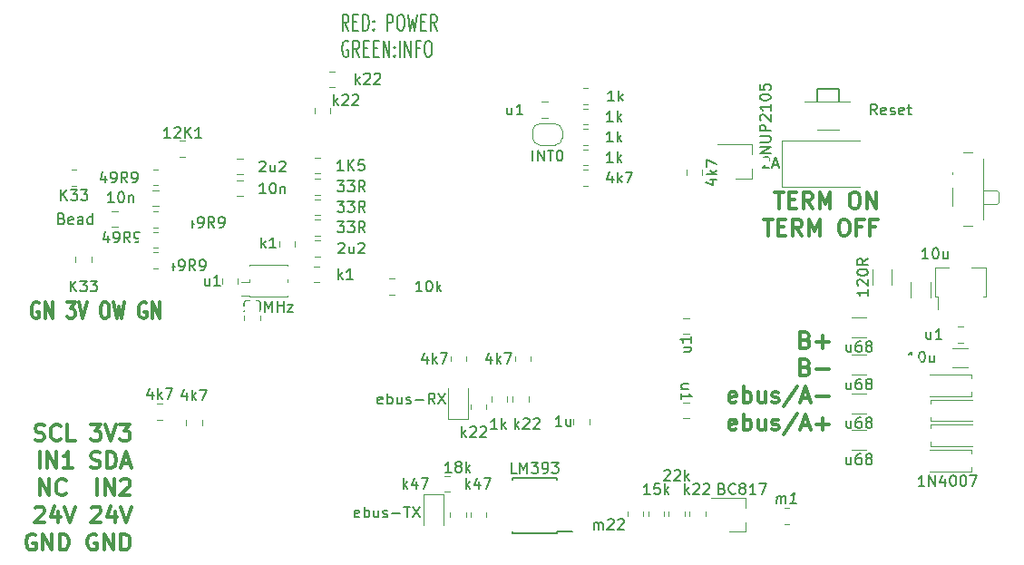
<source format=gto>
G04 #@! TF.GenerationSoftware,KiCad,Pcbnew,(5.1.8)-1*
G04 #@! TF.CreationDate,2021-07-21T13:57:44+02:00*
G04 #@! TF.ProjectId,sensactHsNano,73656e73-6163-4744-9873-4e616e6f2e6b,rev?*
G04 #@! TF.SameCoordinates,Original*
G04 #@! TF.FileFunction,Legend,Top*
G04 #@! TF.FilePolarity,Positive*
%FSLAX46Y46*%
G04 Gerber Fmt 4.6, Leading zero omitted, Abs format (unit mm)*
G04 Created by KiCad (PCBNEW (5.1.8)-1) date 2021-07-21 13:57:44*
%MOMM*%
%LPD*%
G01*
G04 APERTURE LIST*
%ADD10C,0.300000*%
%ADD11C,0.200000*%
%ADD12C,0.120000*%
%ADD13C,0.150000*%
%ADD14C,0.100000*%
%ADD15R,0.800000X2.000000*%
%ADD16R,2.000000X0.700000*%
%ADD17C,0.900000*%
%ADD18C,1.200000*%
%ADD19O,1.700000X1.950000*%
%ADD20C,1.524000*%
%ADD21O,2.200000X2.200000*%
%ADD22R,2.200000X2.200000*%
%ADD23R,1.600000X1.200000*%
%ADD24O,3.600000X1.800000*%
%ADD25C,2.000000*%
%ADD26R,2.200000X0.600000*%
%ADD27R,0.900000X2.300000*%
%ADD28R,1.900000X0.800000*%
%ADD29R,3.500000X2.300000*%
%ADD30R,5.000000X5.000000*%
%ADD31O,1.000000X1.000000*%
%ADD32R,1.000000X1.000000*%
%ADD33C,0.700000*%
%ADD34R,1.400000X1.200000*%
%ADD35R,1.400000X1.600000*%
%ADD36C,2.100000*%
%ADD37C,1.750000*%
%ADD38C,1.700000*%
%ADD39C,3.250000*%
%ADD40C,2.445000*%
%ADD41C,1.530000*%
%ADD42C,1.398000*%
%ADD43R,1.398000X1.398000*%
%ADD44R,3.600000X5.500000*%
%ADD45R,1.750000X0.900000*%
G04 APERTURE END LIST*
D10*
X177899000Y-130052857D02*
X178113285Y-130124285D01*
X178184714Y-130195714D01*
X178256142Y-130338571D01*
X178256142Y-130552857D01*
X178184714Y-130695714D01*
X178113285Y-130767142D01*
X177970428Y-130838571D01*
X177399000Y-130838571D01*
X177399000Y-129338571D01*
X177899000Y-129338571D01*
X178041857Y-129410000D01*
X178113285Y-129481428D01*
X178184714Y-129624285D01*
X178184714Y-129767142D01*
X178113285Y-129910000D01*
X178041857Y-129981428D01*
X177899000Y-130052857D01*
X177399000Y-130052857D01*
X178899000Y-130267142D02*
X180041857Y-130267142D01*
X179470428Y-130838571D02*
X179470428Y-129695714D01*
X177899000Y-132602857D02*
X178113285Y-132674285D01*
X178184714Y-132745714D01*
X178256142Y-132888571D01*
X178256142Y-133102857D01*
X178184714Y-133245714D01*
X178113285Y-133317142D01*
X177970428Y-133388571D01*
X177399000Y-133388571D01*
X177399000Y-131888571D01*
X177899000Y-131888571D01*
X178041857Y-131960000D01*
X178113285Y-132031428D01*
X178184714Y-132174285D01*
X178184714Y-132317142D01*
X178113285Y-132460000D01*
X178041857Y-132531428D01*
X177899000Y-132602857D01*
X177399000Y-132602857D01*
X178899000Y-132817142D02*
X180041857Y-132817142D01*
X171399000Y-135867142D02*
X171256142Y-135938571D01*
X170970428Y-135938571D01*
X170827571Y-135867142D01*
X170756142Y-135724285D01*
X170756142Y-135152857D01*
X170827571Y-135010000D01*
X170970428Y-134938571D01*
X171256142Y-134938571D01*
X171399000Y-135010000D01*
X171470428Y-135152857D01*
X171470428Y-135295714D01*
X170756142Y-135438571D01*
X172113285Y-135938571D02*
X172113285Y-134438571D01*
X172113285Y-135010000D02*
X172256142Y-134938571D01*
X172541857Y-134938571D01*
X172684714Y-135010000D01*
X172756142Y-135081428D01*
X172827571Y-135224285D01*
X172827571Y-135652857D01*
X172756142Y-135795714D01*
X172684714Y-135867142D01*
X172541857Y-135938571D01*
X172256142Y-135938571D01*
X172113285Y-135867142D01*
X174113285Y-134938571D02*
X174113285Y-135938571D01*
X173470428Y-134938571D02*
X173470428Y-135724285D01*
X173541857Y-135867142D01*
X173684714Y-135938571D01*
X173899000Y-135938571D01*
X174041857Y-135867142D01*
X174113285Y-135795714D01*
X174756142Y-135867142D02*
X174899000Y-135938571D01*
X175184714Y-135938571D01*
X175327571Y-135867142D01*
X175399000Y-135724285D01*
X175399000Y-135652857D01*
X175327571Y-135510000D01*
X175184714Y-135438571D01*
X174970428Y-135438571D01*
X174827571Y-135367142D01*
X174756142Y-135224285D01*
X174756142Y-135152857D01*
X174827571Y-135010000D01*
X174970428Y-134938571D01*
X175184714Y-134938571D01*
X175327571Y-135010000D01*
X177113285Y-134367142D02*
X175827571Y-136295714D01*
X177541857Y-135510000D02*
X178256142Y-135510000D01*
X177399000Y-135938571D02*
X177899000Y-134438571D01*
X178399000Y-135938571D01*
X178899000Y-135367142D02*
X180041857Y-135367142D01*
X171399000Y-138417142D02*
X171256142Y-138488571D01*
X170970428Y-138488571D01*
X170827571Y-138417142D01*
X170756142Y-138274285D01*
X170756142Y-137702857D01*
X170827571Y-137560000D01*
X170970428Y-137488571D01*
X171256142Y-137488571D01*
X171399000Y-137560000D01*
X171470428Y-137702857D01*
X171470428Y-137845714D01*
X170756142Y-137988571D01*
X172113285Y-138488571D02*
X172113285Y-136988571D01*
X172113285Y-137560000D02*
X172256142Y-137488571D01*
X172541857Y-137488571D01*
X172684714Y-137560000D01*
X172756142Y-137631428D01*
X172827571Y-137774285D01*
X172827571Y-138202857D01*
X172756142Y-138345714D01*
X172684714Y-138417142D01*
X172541857Y-138488571D01*
X172256142Y-138488571D01*
X172113285Y-138417142D01*
X174113285Y-137488571D02*
X174113285Y-138488571D01*
X173470428Y-137488571D02*
X173470428Y-138274285D01*
X173541857Y-138417142D01*
X173684714Y-138488571D01*
X173899000Y-138488571D01*
X174041857Y-138417142D01*
X174113285Y-138345714D01*
X174756142Y-138417142D02*
X174899000Y-138488571D01*
X175184714Y-138488571D01*
X175327571Y-138417142D01*
X175399000Y-138274285D01*
X175399000Y-138202857D01*
X175327571Y-138060000D01*
X175184714Y-137988571D01*
X174970428Y-137988571D01*
X174827571Y-137917142D01*
X174756142Y-137774285D01*
X174756142Y-137702857D01*
X174827571Y-137560000D01*
X174970428Y-137488571D01*
X175184714Y-137488571D01*
X175327571Y-137560000D01*
X177113285Y-136917142D02*
X175827571Y-138845714D01*
X177541857Y-138060000D02*
X178256142Y-138060000D01*
X177399000Y-138488571D02*
X177899000Y-136988571D01*
X178399000Y-138488571D01*
X178899000Y-137917142D02*
X180041857Y-137917142D01*
X179470428Y-138488571D02*
X179470428Y-137345714D01*
X174986857Y-116267571D02*
X175844000Y-116267571D01*
X175415428Y-117767571D02*
X175415428Y-116267571D01*
X176344000Y-116981857D02*
X176844000Y-116981857D01*
X177058285Y-117767571D02*
X176344000Y-117767571D01*
X176344000Y-116267571D01*
X177058285Y-116267571D01*
X178558285Y-117767571D02*
X178058285Y-117053285D01*
X177701142Y-117767571D02*
X177701142Y-116267571D01*
X178272571Y-116267571D01*
X178415428Y-116339000D01*
X178486857Y-116410428D01*
X178558285Y-116553285D01*
X178558285Y-116767571D01*
X178486857Y-116910428D01*
X178415428Y-116981857D01*
X178272571Y-117053285D01*
X177701142Y-117053285D01*
X179201142Y-117767571D02*
X179201142Y-116267571D01*
X179701142Y-117339000D01*
X180201142Y-116267571D01*
X180201142Y-117767571D01*
X182344000Y-116267571D02*
X182629714Y-116267571D01*
X182772571Y-116339000D01*
X182915428Y-116481857D01*
X182986857Y-116767571D01*
X182986857Y-117267571D01*
X182915428Y-117553285D01*
X182772571Y-117696142D01*
X182629714Y-117767571D01*
X182344000Y-117767571D01*
X182201142Y-117696142D01*
X182058285Y-117553285D01*
X181986857Y-117267571D01*
X181986857Y-116767571D01*
X182058285Y-116481857D01*
X182201142Y-116339000D01*
X182344000Y-116267571D01*
X183629714Y-117767571D02*
X183629714Y-116267571D01*
X184486857Y-117767571D01*
X184486857Y-116267571D01*
X173986857Y-118817571D02*
X174844000Y-118817571D01*
X174415428Y-120317571D02*
X174415428Y-118817571D01*
X175344000Y-119531857D02*
X175844000Y-119531857D01*
X176058285Y-120317571D02*
X175344000Y-120317571D01*
X175344000Y-118817571D01*
X176058285Y-118817571D01*
X177558285Y-120317571D02*
X177058285Y-119603285D01*
X176701142Y-120317571D02*
X176701142Y-118817571D01*
X177272571Y-118817571D01*
X177415428Y-118889000D01*
X177486857Y-118960428D01*
X177558285Y-119103285D01*
X177558285Y-119317571D01*
X177486857Y-119460428D01*
X177415428Y-119531857D01*
X177272571Y-119603285D01*
X176701142Y-119603285D01*
X178201142Y-120317571D02*
X178201142Y-118817571D01*
X178701142Y-119889000D01*
X179201142Y-118817571D01*
X179201142Y-120317571D01*
X181344000Y-118817571D02*
X181629714Y-118817571D01*
X181772571Y-118889000D01*
X181915428Y-119031857D01*
X181986857Y-119317571D01*
X181986857Y-119817571D01*
X181915428Y-120103285D01*
X181772571Y-120246142D01*
X181629714Y-120317571D01*
X181344000Y-120317571D01*
X181201142Y-120246142D01*
X181058285Y-120103285D01*
X180986857Y-119817571D01*
X180986857Y-119317571D01*
X181058285Y-119031857D01*
X181201142Y-118889000D01*
X181344000Y-118817571D01*
X183129714Y-119531857D02*
X182629714Y-119531857D01*
X182629714Y-120317571D02*
X182629714Y-118817571D01*
X183344000Y-118817571D01*
X184415428Y-119531857D02*
X183915428Y-119531857D01*
X183915428Y-120317571D02*
X183915428Y-118817571D01*
X184629714Y-118817571D01*
X106318714Y-126631000D02*
X106204428Y-126559571D01*
X106033000Y-126559571D01*
X105861571Y-126631000D01*
X105747285Y-126773857D01*
X105690142Y-126916714D01*
X105633000Y-127202428D01*
X105633000Y-127416714D01*
X105690142Y-127702428D01*
X105747285Y-127845285D01*
X105861571Y-127988142D01*
X106033000Y-128059571D01*
X106147285Y-128059571D01*
X106318714Y-127988142D01*
X106375857Y-127916714D01*
X106375857Y-127416714D01*
X106147285Y-127416714D01*
X106890142Y-128059571D02*
X106890142Y-126559571D01*
X107575857Y-128059571D01*
X107575857Y-126559571D01*
X108947285Y-126559571D02*
X109690142Y-126559571D01*
X109290142Y-127131000D01*
X109461571Y-127131000D01*
X109575857Y-127202428D01*
X109633000Y-127273857D01*
X109690142Y-127416714D01*
X109690142Y-127773857D01*
X109633000Y-127916714D01*
X109575857Y-127988142D01*
X109461571Y-128059571D01*
X109118714Y-128059571D01*
X109004428Y-127988142D01*
X108947285Y-127916714D01*
X110033000Y-126559571D02*
X110433000Y-128059571D01*
X110833000Y-126559571D01*
X112375857Y-126559571D02*
X112604428Y-126559571D01*
X112718714Y-126631000D01*
X112833000Y-126773857D01*
X112890142Y-127059571D01*
X112890142Y-127559571D01*
X112833000Y-127845285D01*
X112718714Y-127988142D01*
X112604428Y-128059571D01*
X112375857Y-128059571D01*
X112261571Y-127988142D01*
X112147285Y-127845285D01*
X112090142Y-127559571D01*
X112090142Y-127059571D01*
X112147285Y-126773857D01*
X112261571Y-126631000D01*
X112375857Y-126559571D01*
X113290142Y-126559571D02*
X113575857Y-128059571D01*
X113804428Y-126988142D01*
X114033000Y-128059571D01*
X114318714Y-126559571D01*
X116318714Y-126631000D02*
X116204428Y-126559571D01*
X116033000Y-126559571D01*
X115861571Y-126631000D01*
X115747285Y-126773857D01*
X115690142Y-126916714D01*
X115633000Y-127202428D01*
X115633000Y-127416714D01*
X115690142Y-127702428D01*
X115747285Y-127845285D01*
X115861571Y-127988142D01*
X116033000Y-128059571D01*
X116147285Y-128059571D01*
X116318714Y-127988142D01*
X116375857Y-127916714D01*
X116375857Y-127416714D01*
X116147285Y-127416714D01*
X116890142Y-128059571D02*
X116890142Y-126559571D01*
X117575857Y-128059571D01*
X117575857Y-126559571D01*
X105978142Y-139398142D02*
X106192428Y-139469571D01*
X106549571Y-139469571D01*
X106692428Y-139398142D01*
X106763857Y-139326714D01*
X106835285Y-139183857D01*
X106835285Y-139041000D01*
X106763857Y-138898142D01*
X106692428Y-138826714D01*
X106549571Y-138755285D01*
X106263857Y-138683857D01*
X106121000Y-138612428D01*
X106049571Y-138541000D01*
X105978142Y-138398142D01*
X105978142Y-138255285D01*
X106049571Y-138112428D01*
X106121000Y-138041000D01*
X106263857Y-137969571D01*
X106621000Y-137969571D01*
X106835285Y-138041000D01*
X108335285Y-139326714D02*
X108263857Y-139398142D01*
X108049571Y-139469571D01*
X107906714Y-139469571D01*
X107692428Y-139398142D01*
X107549571Y-139255285D01*
X107478142Y-139112428D01*
X107406714Y-138826714D01*
X107406714Y-138612428D01*
X107478142Y-138326714D01*
X107549571Y-138183857D01*
X107692428Y-138041000D01*
X107906714Y-137969571D01*
X108049571Y-137969571D01*
X108263857Y-138041000D01*
X108335285Y-138112428D01*
X109692428Y-139469571D02*
X108978142Y-139469571D01*
X108978142Y-137969571D01*
X111192428Y-137969571D02*
X112121000Y-137969571D01*
X111621000Y-138541000D01*
X111835285Y-138541000D01*
X111978142Y-138612428D01*
X112049571Y-138683857D01*
X112121000Y-138826714D01*
X112121000Y-139183857D01*
X112049571Y-139326714D01*
X111978142Y-139398142D01*
X111835285Y-139469571D01*
X111406714Y-139469571D01*
X111263857Y-139398142D01*
X111192428Y-139326714D01*
X112549571Y-137969571D02*
X113049571Y-139469571D01*
X113549571Y-137969571D01*
X113906714Y-137969571D02*
X114835285Y-137969571D01*
X114335285Y-138541000D01*
X114549571Y-138541000D01*
X114692428Y-138612428D01*
X114763857Y-138683857D01*
X114835285Y-138826714D01*
X114835285Y-139183857D01*
X114763857Y-139326714D01*
X114692428Y-139398142D01*
X114549571Y-139469571D01*
X114121000Y-139469571D01*
X113978142Y-139398142D01*
X113906714Y-139326714D01*
X106406714Y-142019571D02*
X106406714Y-140519571D01*
X107121000Y-142019571D02*
X107121000Y-140519571D01*
X107978142Y-142019571D01*
X107978142Y-140519571D01*
X109478142Y-142019571D02*
X108621000Y-142019571D01*
X109049571Y-142019571D02*
X109049571Y-140519571D01*
X108906714Y-140733857D01*
X108763857Y-140876714D01*
X108621000Y-140948142D01*
X111192428Y-141948142D02*
X111406714Y-142019571D01*
X111763857Y-142019571D01*
X111906714Y-141948142D01*
X111978142Y-141876714D01*
X112049571Y-141733857D01*
X112049571Y-141591000D01*
X111978142Y-141448142D01*
X111906714Y-141376714D01*
X111763857Y-141305285D01*
X111478142Y-141233857D01*
X111335285Y-141162428D01*
X111263857Y-141091000D01*
X111192428Y-140948142D01*
X111192428Y-140805285D01*
X111263857Y-140662428D01*
X111335285Y-140591000D01*
X111478142Y-140519571D01*
X111835285Y-140519571D01*
X112049571Y-140591000D01*
X112692428Y-142019571D02*
X112692428Y-140519571D01*
X113049571Y-140519571D01*
X113263857Y-140591000D01*
X113406714Y-140733857D01*
X113478142Y-140876714D01*
X113549571Y-141162428D01*
X113549571Y-141376714D01*
X113478142Y-141662428D01*
X113406714Y-141805285D01*
X113263857Y-141948142D01*
X113049571Y-142019571D01*
X112692428Y-142019571D01*
X114121000Y-141591000D02*
X114835285Y-141591000D01*
X113978142Y-142019571D02*
X114478142Y-140519571D01*
X114978142Y-142019571D01*
X106406714Y-144569571D02*
X106406714Y-143069571D01*
X107263857Y-144569571D01*
X107263857Y-143069571D01*
X108835285Y-144426714D02*
X108763857Y-144498142D01*
X108549571Y-144569571D01*
X108406714Y-144569571D01*
X108192428Y-144498142D01*
X108049571Y-144355285D01*
X107978142Y-144212428D01*
X107906714Y-143926714D01*
X107906714Y-143712428D01*
X107978142Y-143426714D01*
X108049571Y-143283857D01*
X108192428Y-143141000D01*
X108406714Y-143069571D01*
X108549571Y-143069571D01*
X108763857Y-143141000D01*
X108835285Y-143212428D01*
X111763857Y-144569571D02*
X111763857Y-143069571D01*
X112478142Y-144569571D02*
X112478142Y-143069571D01*
X113335285Y-144569571D01*
X113335285Y-143069571D01*
X113978142Y-143212428D02*
X114049571Y-143141000D01*
X114192428Y-143069571D01*
X114549571Y-143069571D01*
X114692428Y-143141000D01*
X114763857Y-143212428D01*
X114835285Y-143355285D01*
X114835285Y-143498142D01*
X114763857Y-143712428D01*
X113906714Y-144569571D01*
X114835285Y-144569571D01*
X105978142Y-145762428D02*
X106049571Y-145691000D01*
X106192428Y-145619571D01*
X106549571Y-145619571D01*
X106692428Y-145691000D01*
X106763857Y-145762428D01*
X106835285Y-145905285D01*
X106835285Y-146048142D01*
X106763857Y-146262428D01*
X105906714Y-147119571D01*
X106835285Y-147119571D01*
X108121000Y-146119571D02*
X108121000Y-147119571D01*
X107763857Y-145548142D02*
X107406714Y-146619571D01*
X108335285Y-146619571D01*
X108692428Y-145619571D02*
X109192428Y-147119571D01*
X109692428Y-145619571D01*
X111263857Y-145762428D02*
X111335285Y-145691000D01*
X111478142Y-145619571D01*
X111835285Y-145619571D01*
X111978142Y-145691000D01*
X112049571Y-145762428D01*
X112121000Y-145905285D01*
X112121000Y-146048142D01*
X112049571Y-146262428D01*
X111192428Y-147119571D01*
X112121000Y-147119571D01*
X113406714Y-146119571D02*
X113406714Y-147119571D01*
X113049571Y-145548142D02*
X112692428Y-146619571D01*
X113621000Y-146619571D01*
X113978142Y-145619571D02*
X114478142Y-147119571D01*
X114978142Y-145619571D01*
X105978142Y-148241000D02*
X105835285Y-148169571D01*
X105621000Y-148169571D01*
X105406714Y-148241000D01*
X105263857Y-148383857D01*
X105192428Y-148526714D01*
X105121000Y-148812428D01*
X105121000Y-149026714D01*
X105192428Y-149312428D01*
X105263857Y-149455285D01*
X105406714Y-149598142D01*
X105621000Y-149669571D01*
X105763857Y-149669571D01*
X105978142Y-149598142D01*
X106049571Y-149526714D01*
X106049571Y-149026714D01*
X105763857Y-149026714D01*
X106692428Y-149669571D02*
X106692428Y-148169571D01*
X107549571Y-149669571D01*
X107549571Y-148169571D01*
X108263857Y-149669571D02*
X108263857Y-148169571D01*
X108621000Y-148169571D01*
X108835285Y-148241000D01*
X108978142Y-148383857D01*
X109049571Y-148526714D01*
X109121000Y-148812428D01*
X109121000Y-149026714D01*
X109049571Y-149312428D01*
X108978142Y-149455285D01*
X108835285Y-149598142D01*
X108621000Y-149669571D01*
X108263857Y-149669571D01*
X111692428Y-148241000D02*
X111549571Y-148169571D01*
X111335285Y-148169571D01*
X111121000Y-148241000D01*
X110978142Y-148383857D01*
X110906714Y-148526714D01*
X110835285Y-148812428D01*
X110835285Y-149026714D01*
X110906714Y-149312428D01*
X110978142Y-149455285D01*
X111121000Y-149598142D01*
X111335285Y-149669571D01*
X111478142Y-149669571D01*
X111692428Y-149598142D01*
X111763857Y-149526714D01*
X111763857Y-149026714D01*
X111478142Y-149026714D01*
X112406714Y-149669571D02*
X112406714Y-148169571D01*
X113263857Y-149669571D01*
X113263857Y-148169571D01*
X113978142Y-149669571D02*
X113978142Y-148169571D01*
X114335285Y-148169571D01*
X114549571Y-148241000D01*
X114692428Y-148383857D01*
X114763857Y-148526714D01*
X114835285Y-148812428D01*
X114835285Y-149026714D01*
X114763857Y-149312428D01*
X114692428Y-149455285D01*
X114549571Y-149598142D01*
X114335285Y-149669571D01*
X113978142Y-149669571D01*
D11*
X135242023Y-101180571D02*
X134908690Y-100466285D01*
X134670595Y-101180571D02*
X134670595Y-99680571D01*
X135051547Y-99680571D01*
X135146785Y-99752000D01*
X135194404Y-99823428D01*
X135242023Y-99966285D01*
X135242023Y-100180571D01*
X135194404Y-100323428D01*
X135146785Y-100394857D01*
X135051547Y-100466285D01*
X134670595Y-100466285D01*
X135670595Y-100394857D02*
X136003928Y-100394857D01*
X136146785Y-101180571D02*
X135670595Y-101180571D01*
X135670595Y-99680571D01*
X136146785Y-99680571D01*
X136575357Y-101180571D02*
X136575357Y-99680571D01*
X136813452Y-99680571D01*
X136956309Y-99752000D01*
X137051547Y-99894857D01*
X137099166Y-100037714D01*
X137146785Y-100323428D01*
X137146785Y-100537714D01*
X137099166Y-100823428D01*
X137051547Y-100966285D01*
X136956309Y-101109142D01*
X136813452Y-101180571D01*
X136575357Y-101180571D01*
X137575357Y-101037714D02*
X137622976Y-101109142D01*
X137575357Y-101180571D01*
X137527738Y-101109142D01*
X137575357Y-101037714D01*
X137575357Y-101180571D01*
X137575357Y-100252000D02*
X137622976Y-100323428D01*
X137575357Y-100394857D01*
X137527738Y-100323428D01*
X137575357Y-100252000D01*
X137575357Y-100394857D01*
X138813452Y-101180571D02*
X138813452Y-99680571D01*
X139194404Y-99680571D01*
X139289642Y-99752000D01*
X139337261Y-99823428D01*
X139384880Y-99966285D01*
X139384880Y-100180571D01*
X139337261Y-100323428D01*
X139289642Y-100394857D01*
X139194404Y-100466285D01*
X138813452Y-100466285D01*
X140003928Y-99680571D02*
X140194404Y-99680571D01*
X140289642Y-99752000D01*
X140384880Y-99894857D01*
X140432500Y-100180571D01*
X140432500Y-100680571D01*
X140384880Y-100966285D01*
X140289642Y-101109142D01*
X140194404Y-101180571D01*
X140003928Y-101180571D01*
X139908690Y-101109142D01*
X139813452Y-100966285D01*
X139765833Y-100680571D01*
X139765833Y-100180571D01*
X139813452Y-99894857D01*
X139908690Y-99752000D01*
X140003928Y-99680571D01*
X140765833Y-99680571D02*
X141003928Y-101180571D01*
X141194404Y-100109142D01*
X141384880Y-101180571D01*
X141622976Y-99680571D01*
X142003928Y-100394857D02*
X142337261Y-100394857D01*
X142480119Y-101180571D02*
X142003928Y-101180571D01*
X142003928Y-99680571D01*
X142480119Y-99680571D01*
X143480119Y-101180571D02*
X143146785Y-100466285D01*
X142908690Y-101180571D02*
X142908690Y-99680571D01*
X143289642Y-99680571D01*
X143384880Y-99752000D01*
X143432500Y-99823428D01*
X143480119Y-99966285D01*
X143480119Y-100180571D01*
X143432500Y-100323428D01*
X143384880Y-100394857D01*
X143289642Y-100466285D01*
X142908690Y-100466285D01*
X135194404Y-102202000D02*
X135099166Y-102130571D01*
X134956309Y-102130571D01*
X134813452Y-102202000D01*
X134718214Y-102344857D01*
X134670595Y-102487714D01*
X134622976Y-102773428D01*
X134622976Y-102987714D01*
X134670595Y-103273428D01*
X134718214Y-103416285D01*
X134813452Y-103559142D01*
X134956309Y-103630571D01*
X135051547Y-103630571D01*
X135194404Y-103559142D01*
X135242023Y-103487714D01*
X135242023Y-102987714D01*
X135051547Y-102987714D01*
X136242023Y-103630571D02*
X135908690Y-102916285D01*
X135670595Y-103630571D02*
X135670595Y-102130571D01*
X136051547Y-102130571D01*
X136146785Y-102202000D01*
X136194404Y-102273428D01*
X136242023Y-102416285D01*
X136242023Y-102630571D01*
X136194404Y-102773428D01*
X136146785Y-102844857D01*
X136051547Y-102916285D01*
X135670595Y-102916285D01*
X136670595Y-102844857D02*
X137003928Y-102844857D01*
X137146785Y-103630571D02*
X136670595Y-103630571D01*
X136670595Y-102130571D01*
X137146785Y-102130571D01*
X137575357Y-102844857D02*
X137908690Y-102844857D01*
X138051547Y-103630571D02*
X137575357Y-103630571D01*
X137575357Y-102130571D01*
X138051547Y-102130571D01*
X138480119Y-103630571D02*
X138480119Y-102130571D01*
X139051547Y-103630571D01*
X139051547Y-102130571D01*
X139527738Y-103487714D02*
X139575357Y-103559142D01*
X139527738Y-103630571D01*
X139480119Y-103559142D01*
X139527738Y-103487714D01*
X139527738Y-103630571D01*
X139527738Y-102702000D02*
X139575357Y-102773428D01*
X139527738Y-102844857D01*
X139480119Y-102773428D01*
X139527738Y-102702000D01*
X139527738Y-102844857D01*
X140003928Y-103630571D02*
X140003928Y-102130571D01*
X140480119Y-103630571D02*
X140480119Y-102130571D01*
X141051547Y-103630571D01*
X141051547Y-102130571D01*
X141861071Y-102844857D02*
X141527738Y-102844857D01*
X141527738Y-103630571D02*
X141527738Y-102130571D01*
X142003928Y-102130571D01*
X142575357Y-102130571D02*
X142765833Y-102130571D01*
X142861071Y-102202000D01*
X142956309Y-102344857D01*
X143003928Y-102630571D01*
X143003928Y-103130571D01*
X142956309Y-103416285D01*
X142861071Y-103559142D01*
X142765833Y-103630571D01*
X142575357Y-103630571D01*
X142480119Y-103559142D01*
X142384880Y-103416285D01*
X142337261Y-103130571D01*
X142337261Y-102630571D01*
X142384880Y-102344857D01*
X142480119Y-102202000D01*
X142575357Y-102130571D01*
D12*
X155197000Y-110571000D02*
X155197000Y-111171000D01*
X153097000Y-109871000D02*
X154497000Y-109871000D01*
X152397000Y-111171000D02*
X152397000Y-110571000D01*
X154497000Y-111871000D02*
X153097000Y-111871000D01*
X155197000Y-111171000D02*
G75*
G02*
X154497000Y-111871000I-700000J0D01*
G01*
X154497000Y-109871000D02*
G75*
G02*
X155197000Y-110571000I0J-700000D01*
G01*
X152397000Y-110571000D02*
G75*
G02*
X153097000Y-109871000I700000J0D01*
G01*
X153097000Y-111871000D02*
G75*
G02*
X152397000Y-111171000I0J700000D01*
G01*
X157580064Y-111860000D02*
X157125936Y-111860000D01*
X157580064Y-110390000D02*
X157125936Y-110390000D01*
X157580064Y-113765000D02*
X157125936Y-113765000D01*
X157580064Y-112295000D02*
X157125936Y-112295000D01*
X193430000Y-112526400D02*
X192640000Y-112526400D01*
X192640000Y-119426400D02*
X193430000Y-119426400D01*
X191590000Y-117576400D02*
X191590000Y-115876400D01*
X194440000Y-118826400D02*
X194440000Y-113126400D01*
X195730000Y-116076400D02*
X194440000Y-116076400D01*
X195940000Y-117176400D02*
X195940000Y-116276400D01*
X194440000Y-117376400D02*
X195730000Y-117376400D01*
X195730000Y-116076400D02*
X195940000Y-116276400D01*
X195730000Y-117376400D02*
X195940000Y-117176400D01*
X191590000Y-114576400D02*
X191590000Y-114376400D01*
X126973000Y-127788936D02*
X126973000Y-128243064D01*
X125503000Y-127788936D02*
X125503000Y-128243064D01*
X189570800Y-137988800D02*
X193470800Y-137988800D01*
X189570800Y-139988800D02*
X193470800Y-139988800D01*
X189570800Y-137988800D02*
X189570800Y-139988800D01*
X193359600Y-142325600D02*
X189459600Y-142325600D01*
X193359600Y-140325600D02*
X189459600Y-140325600D01*
X193359600Y-142325600D02*
X193359600Y-140325600D01*
X187710400Y-124637748D02*
X187710400Y-126060252D01*
X189530400Y-124637748D02*
X189530400Y-126060252D01*
D13*
X154678200Y-148117000D02*
X154678200Y-147972000D01*
X150528200Y-148117000D02*
X150528200Y-147972000D01*
X150528200Y-142967000D02*
X150528200Y-143112000D01*
X154678200Y-142967000D02*
X154678200Y-143112000D01*
X154678200Y-148117000D02*
X150528200Y-148117000D01*
X154678200Y-142967000D02*
X150528200Y-142967000D01*
X154678200Y-147972000D02*
X156078200Y-147972000D01*
D12*
X194688800Y-126053400D02*
X194458800Y-126053400D01*
X189968800Y-126053400D02*
X190198800Y-126053400D01*
X189968800Y-126053400D02*
X189968800Y-123333400D01*
X189968800Y-123333400D02*
X191278800Y-123333400D01*
X190198800Y-127193400D02*
X190198800Y-126053400D01*
X194688800Y-123333400D02*
X194688800Y-126053400D01*
X193378800Y-123333400D02*
X194688800Y-123333400D01*
X172260800Y-147985600D02*
X172260800Y-147055600D01*
X172260800Y-144825600D02*
X172260800Y-145755600D01*
X172260800Y-144825600D02*
X169100800Y-144825600D01*
X172260800Y-147985600D02*
X170800800Y-147985600D01*
X167057400Y-146531064D02*
X167057400Y-146076936D01*
X168527400Y-146531064D02*
X168527400Y-146076936D01*
X165127000Y-146076936D02*
X165127000Y-146531064D01*
X166597000Y-146076936D02*
X166597000Y-146531064D01*
X176366664Y-147242200D02*
X175912536Y-147242200D01*
X176366664Y-145772200D02*
X175912536Y-145772200D01*
X163196600Y-146076936D02*
X163196600Y-146531064D01*
X164666600Y-146076936D02*
X164666600Y-146531064D01*
X144705400Y-146581864D02*
X144705400Y-146127736D01*
X146175400Y-146581864D02*
X146175400Y-146127736D01*
X161266200Y-146076936D02*
X161266200Y-146531064D01*
X162736200Y-146076936D02*
X162736200Y-146531064D01*
X144197336Y-142775000D02*
X144651464Y-142775000D01*
X144197336Y-144245000D02*
X144651464Y-144245000D01*
X146635800Y-146581864D02*
X146635800Y-146127736D01*
X148105800Y-146581864D02*
X148105800Y-146127736D01*
X150036200Y-135358136D02*
X150036200Y-135812264D01*
X148566200Y-135358136D02*
X148566200Y-135812264D01*
X150547400Y-135812264D02*
X150547400Y-135358136D01*
X152017400Y-135812264D02*
X152017400Y-135358136D01*
X146635800Y-136523464D02*
X146635800Y-136069336D01*
X148105800Y-136523464D02*
X148105800Y-136069336D01*
X193378400Y-135315200D02*
X189478400Y-135315200D01*
X193378400Y-133315200D02*
X189478400Y-133315200D01*
X193378400Y-135315200D02*
X193378400Y-133315200D01*
X189570800Y-135652000D02*
X193470800Y-135652000D01*
X189570800Y-137652000D02*
X193470800Y-137652000D01*
X189570800Y-135652000D02*
X189570800Y-137652000D01*
X144114400Y-147354800D02*
X144114400Y-144494800D01*
X144114400Y-144494800D02*
X142194400Y-144494800D01*
X142194400Y-144494800D02*
X142194400Y-147354800D01*
X144480400Y-134585200D02*
X144480400Y-137445200D01*
X144480400Y-137445200D02*
X146400400Y-137445200D01*
X146400400Y-137445200D02*
X146400400Y-134585200D01*
X192590052Y-130300400D02*
X192067548Y-130300400D01*
X192590052Y-128830400D02*
X192067548Y-128830400D01*
X193040052Y-132659800D02*
X191617548Y-132659800D01*
X193040052Y-130839800D02*
X191617548Y-130839800D01*
X175676500Y-111438800D02*
X175676500Y-115738800D01*
X175676500Y-115738800D02*
X182976500Y-115738800D01*
X175676500Y-111438800D02*
X182976500Y-111438800D01*
X132561064Y-114527000D02*
X132106936Y-114527000D01*
X132561064Y-113057000D02*
X132106936Y-113057000D01*
X144743500Y-132053064D02*
X144743500Y-131598936D01*
X146213500Y-132053064D02*
X146213500Y-131598936D01*
X150776000Y-132053064D02*
X150776000Y-131598936D01*
X152246000Y-132053064D02*
X152246000Y-131598936D01*
D13*
X181000000Y-106650000D02*
X181000000Y-107850000D01*
X179000000Y-106650000D02*
X181000000Y-106650000D01*
X179000000Y-107850000D02*
X179000000Y-106650000D01*
D12*
X181000000Y-110450000D02*
X179000000Y-110450000D01*
X177800000Y-107850000D02*
X182000000Y-107850000D01*
X133513500Y-108421436D02*
X133513500Y-108875564D01*
X132043500Y-108421436D02*
X132043500Y-108875564D01*
X133440436Y-104992500D02*
X133894564Y-104992500D01*
X133440436Y-106462500D02*
X133894564Y-106462500D01*
X157580064Y-109955000D02*
X157125936Y-109955000D01*
X157580064Y-108485000D02*
X157125936Y-108485000D01*
X172845000Y-114991000D02*
X172845000Y-114061000D01*
X172845000Y-111831000D02*
X172845000Y-112761000D01*
X172845000Y-111831000D02*
X169685000Y-111831000D01*
X172845000Y-114991000D02*
X171385000Y-114991000D01*
X123407500Y-124325748D02*
X123407500Y-124848252D01*
X124877500Y-124325748D02*
X124877500Y-124848252D01*
X157580064Y-106580000D02*
X157125936Y-106580000D01*
X157580064Y-108050000D02*
X157125936Y-108050000D01*
X153804252Y-107850000D02*
X153281748Y-107850000D01*
X153804252Y-109320000D02*
X153281748Y-109320000D01*
X139482564Y-125830000D02*
X139028436Y-125830000D01*
X139482564Y-124360000D02*
X139028436Y-124360000D01*
X132481564Y-124687000D02*
X132027436Y-124687000D01*
X132481564Y-123217000D02*
X132027436Y-123217000D01*
X109828064Y-115670000D02*
X109373936Y-115670000D01*
X109828064Y-114200000D02*
X109373936Y-114200000D01*
X109755000Y-122782064D02*
X109755000Y-122327936D01*
X111225000Y-122782064D02*
X111225000Y-122327936D01*
X116993936Y-114136500D02*
X117448064Y-114136500D01*
X116993936Y-115606500D02*
X117448064Y-115606500D01*
X116993936Y-118073500D02*
X117448064Y-118073500D01*
X116993936Y-119543500D02*
X117448064Y-119543500D01*
X116993936Y-119978500D02*
X117448064Y-119978500D01*
X116993936Y-121448500D02*
X117448064Y-121448500D01*
X119470436Y-111469500D02*
X119924564Y-111469500D01*
X119470436Y-112939500D02*
X119924564Y-112939500D01*
X116993936Y-121883500D02*
X117448064Y-121883500D01*
X116993936Y-123353500D02*
X117448064Y-123353500D01*
X128741500Y-121321564D02*
X128741500Y-120867436D01*
X130211500Y-121321564D02*
X130211500Y-120867436D01*
X132561064Y-120305500D02*
X132106936Y-120305500D01*
X132561064Y-118835500D02*
X132106936Y-118835500D01*
X132561064Y-116495500D02*
X132106936Y-116495500D01*
X132561064Y-115025500D02*
X132106936Y-115025500D01*
X132106936Y-116930500D02*
X132561064Y-116930500D01*
X132106936Y-118400500D02*
X132561064Y-118400500D01*
X184129000Y-124933064D02*
X184129000Y-123478936D01*
X185949000Y-124933064D02*
X185949000Y-123478936D01*
X117829064Y-137514000D02*
X117374936Y-137514000D01*
X117829064Y-136044000D02*
X117374936Y-136044000D01*
X166778000Y-114654064D02*
X166778000Y-114199936D01*
X168248000Y-114654064D02*
X168248000Y-114199936D01*
X157580064Y-115670000D02*
X157125936Y-115670000D01*
X157580064Y-114200000D02*
X157125936Y-114200000D01*
X121537400Y-137542536D02*
X121537400Y-137996664D01*
X120067400Y-137542536D02*
X120067400Y-137996664D01*
X166489748Y-128043000D02*
X167012252Y-128043000D01*
X166489748Y-129513000D02*
X167012252Y-129513000D01*
X166489748Y-135917000D02*
X167012252Y-135917000D01*
X166489748Y-137387000D02*
X167012252Y-137387000D01*
X157707000Y-137406748D02*
X157707000Y-137929252D01*
X156237000Y-137406748D02*
X156237000Y-137929252D01*
X117482252Y-117575000D02*
X116959748Y-117575000D01*
X117482252Y-116105000D02*
X116959748Y-116105000D01*
X124833748Y-115152500D02*
X125356252Y-115152500D01*
X124833748Y-116622500D02*
X125356252Y-116622500D01*
X124833748Y-113120500D02*
X125356252Y-113120500D01*
X124833748Y-114590500D02*
X125356252Y-114590500D01*
X132072748Y-120804000D02*
X132595252Y-120804000D01*
X132072748Y-122274000D02*
X132595252Y-122274000D01*
X125962000Y-123098500D02*
X125962000Y-123073500D01*
X125962000Y-123073500D02*
X129562000Y-123073500D01*
X129562000Y-123073500D02*
X129562000Y-123098500D01*
X125237000Y-125948500D02*
X125962000Y-125948500D01*
X125962000Y-125948500D02*
X125962000Y-125973500D01*
X125962000Y-125973500D02*
X129562000Y-125973500D01*
X129562000Y-125973500D02*
X129562000Y-125948500D01*
X125237000Y-124648500D02*
X125962000Y-124648500D01*
X125962000Y-124648500D02*
X125962000Y-124398500D01*
X129562000Y-124398500D02*
X129562000Y-124648500D01*
X113672252Y-119518500D02*
X113149748Y-119518500D01*
X113672252Y-118098500D02*
X113149748Y-118098500D01*
X182168748Y-127969600D02*
X183591252Y-127969600D01*
X182168748Y-129789600D02*
X183591252Y-129789600D01*
X182168748Y-138485200D02*
X183591252Y-138485200D01*
X182168748Y-140305200D02*
X183591252Y-140305200D01*
X182168748Y-131474800D02*
X183591252Y-131474800D01*
X182168748Y-133294800D02*
X183591252Y-133294800D01*
X182168748Y-135081600D02*
X183591252Y-135081600D01*
X182168748Y-136901600D02*
X183591252Y-136901600D01*
D13*
X152416047Y-113355380D02*
X152416047Y-112355380D01*
X152892238Y-113355380D02*
X152892238Y-112355380D01*
X153463666Y-113355380D01*
X153463666Y-112355380D01*
X153797000Y-112355380D02*
X154368428Y-112355380D01*
X154082714Y-113355380D02*
X154082714Y-112355380D01*
X154892238Y-112355380D02*
X154987476Y-112355380D01*
X155082714Y-112403000D01*
X155130333Y-112450619D01*
X155177952Y-112545857D01*
X155225571Y-112736333D01*
X155225571Y-112974428D01*
X155177952Y-113164904D01*
X155130333Y-113260142D01*
X155082714Y-113307761D01*
X154987476Y-113355380D01*
X154892238Y-113355380D01*
X154797000Y-113307761D01*
X154749380Y-113260142D01*
X154701761Y-113164904D01*
X154654142Y-112974428D01*
X154654142Y-112736333D01*
X154701761Y-112545857D01*
X154749380Y-112450619D01*
X154797000Y-112403000D01*
X154892238Y-112355380D01*
X159900952Y-111577380D02*
X159329523Y-111577380D01*
X159615238Y-111577380D02*
X159615238Y-110577380D01*
X159520000Y-110720238D01*
X159424761Y-110815476D01*
X159329523Y-110863095D01*
X160329523Y-111577380D02*
X160329523Y-110577380D01*
X160424761Y-111196428D02*
X160710476Y-111577380D01*
X160710476Y-110910714D02*
X160329523Y-111291666D01*
X159900952Y-113482380D02*
X159329523Y-113482380D01*
X159615238Y-113482380D02*
X159615238Y-112482380D01*
X159520000Y-112625238D01*
X159424761Y-112720476D01*
X159329523Y-112768095D01*
X160329523Y-113482380D02*
X160329523Y-112482380D01*
X160424761Y-113101428D02*
X160710476Y-113482380D01*
X160710476Y-112815714D02*
X160329523Y-113196666D01*
X188992142Y-143708380D02*
X188420714Y-143708380D01*
X188706428Y-143708380D02*
X188706428Y-142708380D01*
X188611190Y-142851238D01*
X188515952Y-142946476D01*
X188420714Y-142994095D01*
X189420714Y-143708380D02*
X189420714Y-142708380D01*
X189992142Y-143708380D01*
X189992142Y-142708380D01*
X190896904Y-143041714D02*
X190896904Y-143708380D01*
X190658809Y-142660761D02*
X190420714Y-143375047D01*
X191039761Y-143375047D01*
X191611190Y-142708380D02*
X191706428Y-142708380D01*
X191801666Y-142756000D01*
X191849285Y-142803619D01*
X191896904Y-142898857D01*
X191944523Y-143089333D01*
X191944523Y-143327428D01*
X191896904Y-143517904D01*
X191849285Y-143613142D01*
X191801666Y-143660761D01*
X191706428Y-143708380D01*
X191611190Y-143708380D01*
X191515952Y-143660761D01*
X191468333Y-143613142D01*
X191420714Y-143517904D01*
X191373095Y-143327428D01*
X191373095Y-143089333D01*
X191420714Y-142898857D01*
X191468333Y-142803619D01*
X191515952Y-142756000D01*
X191611190Y-142708380D01*
X192563571Y-142708380D02*
X192658809Y-142708380D01*
X192754047Y-142756000D01*
X192801666Y-142803619D01*
X192849285Y-142898857D01*
X192896904Y-143089333D01*
X192896904Y-143327428D01*
X192849285Y-143517904D01*
X192801666Y-143613142D01*
X192754047Y-143660761D01*
X192658809Y-143708380D01*
X192563571Y-143708380D01*
X192468333Y-143660761D01*
X192420714Y-143613142D01*
X192373095Y-143517904D01*
X192325476Y-143327428D01*
X192325476Y-143089333D01*
X192373095Y-142898857D01*
X192420714Y-142803619D01*
X192468333Y-142756000D01*
X192563571Y-142708380D01*
X193230238Y-142708380D02*
X193896904Y-142708380D01*
X193468333Y-143708380D01*
X189349142Y-122473980D02*
X188777714Y-122473980D01*
X189063428Y-122473980D02*
X189063428Y-121473980D01*
X188968190Y-121616838D01*
X188872952Y-121712076D01*
X188777714Y-121759695D01*
X189968190Y-121473980D02*
X190063428Y-121473980D01*
X190158666Y-121521600D01*
X190206285Y-121569219D01*
X190253904Y-121664457D01*
X190301523Y-121854933D01*
X190301523Y-122093028D01*
X190253904Y-122283504D01*
X190206285Y-122378742D01*
X190158666Y-122426361D01*
X190063428Y-122473980D01*
X189968190Y-122473980D01*
X189872952Y-122426361D01*
X189825333Y-122378742D01*
X189777714Y-122283504D01*
X189730095Y-122093028D01*
X189730095Y-121854933D01*
X189777714Y-121664457D01*
X189825333Y-121569219D01*
X189872952Y-121521600D01*
X189968190Y-121473980D01*
X191158666Y-121807314D02*
X191158666Y-122473980D01*
X190730095Y-121807314D02*
X190730095Y-122331123D01*
X190777714Y-122426361D01*
X190872952Y-122473980D01*
X191015809Y-122473980D01*
X191111047Y-122426361D01*
X191158666Y-122378742D01*
X150912723Y-142494380D02*
X150436533Y-142494380D01*
X150436533Y-141494380D01*
X151246057Y-142494380D02*
X151246057Y-141494380D01*
X151579390Y-142208666D01*
X151912723Y-141494380D01*
X151912723Y-142494380D01*
X152293676Y-141494380D02*
X152912723Y-141494380D01*
X152579390Y-141875333D01*
X152722247Y-141875333D01*
X152817485Y-141922952D01*
X152865104Y-141970571D01*
X152912723Y-142065809D01*
X152912723Y-142303904D01*
X152865104Y-142399142D01*
X152817485Y-142446761D01*
X152722247Y-142494380D01*
X152436533Y-142494380D01*
X152341295Y-142446761D01*
X152293676Y-142399142D01*
X153388914Y-142494380D02*
X153579390Y-142494380D01*
X153674628Y-142446761D01*
X153722247Y-142399142D01*
X153817485Y-142256285D01*
X153865104Y-142065809D01*
X153865104Y-141684857D01*
X153817485Y-141589619D01*
X153769866Y-141542000D01*
X153674628Y-141494380D01*
X153484152Y-141494380D01*
X153388914Y-141542000D01*
X153341295Y-141589619D01*
X153293676Y-141684857D01*
X153293676Y-141922952D01*
X153341295Y-142018190D01*
X153388914Y-142065809D01*
X153484152Y-142113428D01*
X153674628Y-142113428D01*
X153769866Y-142065809D01*
X153817485Y-142018190D01*
X153865104Y-141922952D01*
X154198438Y-141494380D02*
X154817485Y-141494380D01*
X154484152Y-141875333D01*
X154627009Y-141875333D01*
X154722247Y-141922952D01*
X154769866Y-141970571D01*
X154817485Y-142065809D01*
X154817485Y-142303904D01*
X154769866Y-142399142D01*
X154722247Y-142446761D01*
X154627009Y-142494380D01*
X154341295Y-142494380D01*
X154246057Y-142446761D01*
X154198438Y-142399142D01*
X170100857Y-143946571D02*
X170243714Y-143994190D01*
X170291333Y-144041809D01*
X170338952Y-144137047D01*
X170338952Y-144279904D01*
X170291333Y-144375142D01*
X170243714Y-144422761D01*
X170148476Y-144470380D01*
X169767523Y-144470380D01*
X169767523Y-143470380D01*
X170100857Y-143470380D01*
X170196095Y-143518000D01*
X170243714Y-143565619D01*
X170291333Y-143660857D01*
X170291333Y-143756095D01*
X170243714Y-143851333D01*
X170196095Y-143898952D01*
X170100857Y-143946571D01*
X169767523Y-143946571D01*
X171338952Y-144375142D02*
X171291333Y-144422761D01*
X171148476Y-144470380D01*
X171053238Y-144470380D01*
X170910380Y-144422761D01*
X170815142Y-144327523D01*
X170767523Y-144232285D01*
X170719904Y-144041809D01*
X170719904Y-143898952D01*
X170767523Y-143708476D01*
X170815142Y-143613238D01*
X170910380Y-143518000D01*
X171053238Y-143470380D01*
X171148476Y-143470380D01*
X171291333Y-143518000D01*
X171338952Y-143565619D01*
X171910380Y-143898952D02*
X171815142Y-143851333D01*
X171767523Y-143803714D01*
X171719904Y-143708476D01*
X171719904Y-143660857D01*
X171767523Y-143565619D01*
X171815142Y-143518000D01*
X171910380Y-143470380D01*
X172100857Y-143470380D01*
X172196095Y-143518000D01*
X172243714Y-143565619D01*
X172291333Y-143660857D01*
X172291333Y-143708476D01*
X172243714Y-143803714D01*
X172196095Y-143851333D01*
X172100857Y-143898952D01*
X171910380Y-143898952D01*
X171815142Y-143946571D01*
X171767523Y-143994190D01*
X171719904Y-144089428D01*
X171719904Y-144279904D01*
X171767523Y-144375142D01*
X171815142Y-144422761D01*
X171910380Y-144470380D01*
X172100857Y-144470380D01*
X172196095Y-144422761D01*
X172243714Y-144375142D01*
X172291333Y-144279904D01*
X172291333Y-144089428D01*
X172243714Y-143994190D01*
X172196095Y-143946571D01*
X172100857Y-143898952D01*
X173243714Y-144470380D02*
X172672285Y-144470380D01*
X172958000Y-144470380D02*
X172958000Y-143470380D01*
X172862761Y-143613238D01*
X172767523Y-143708476D01*
X172672285Y-143756095D01*
X173577047Y-143470380D02*
X174243714Y-143470380D01*
X173815142Y-144470380D01*
X166647952Y-144470380D02*
X166647952Y-143470380D01*
X166743190Y-144089428D02*
X167028904Y-144470380D01*
X167028904Y-143803714D02*
X166647952Y-144184666D01*
X167409857Y-143565619D02*
X167457476Y-143518000D01*
X167552714Y-143470380D01*
X167790809Y-143470380D01*
X167886047Y-143518000D01*
X167933666Y-143565619D01*
X167981285Y-143660857D01*
X167981285Y-143756095D01*
X167933666Y-143898952D01*
X167362238Y-144470380D01*
X167981285Y-144470380D01*
X168362238Y-143565619D02*
X168409857Y-143518000D01*
X168505095Y-143470380D01*
X168743190Y-143470380D01*
X168838428Y-143518000D01*
X168886047Y-143565619D01*
X168933666Y-143660857D01*
X168933666Y-143756095D01*
X168886047Y-143898952D01*
X168314619Y-144470380D01*
X168933666Y-144470380D01*
X164695333Y-142295619D02*
X164742952Y-142248000D01*
X164838190Y-142200380D01*
X165076285Y-142200380D01*
X165171523Y-142248000D01*
X165219142Y-142295619D01*
X165266761Y-142390857D01*
X165266761Y-142486095D01*
X165219142Y-142628952D01*
X164647714Y-143200380D01*
X165266761Y-143200380D01*
X165647714Y-142295619D02*
X165695333Y-142248000D01*
X165790571Y-142200380D01*
X166028666Y-142200380D01*
X166123904Y-142248000D01*
X166171523Y-142295619D01*
X166219142Y-142390857D01*
X166219142Y-142486095D01*
X166171523Y-142628952D01*
X165600095Y-143200380D01*
X166219142Y-143200380D01*
X166647714Y-143200380D02*
X166647714Y-142200380D01*
X166742952Y-142819428D02*
X167028666Y-143200380D01*
X167028666Y-142533714D02*
X166647714Y-142914666D01*
X175134852Y-145309580D02*
X175218186Y-144642914D01*
X175206281Y-144738152D02*
X175259852Y-144690533D01*
X175361043Y-144642914D01*
X175503900Y-144642914D01*
X175593186Y-144690533D01*
X175628900Y-144785771D01*
X175563424Y-145309580D01*
X175628900Y-144785771D02*
X175688424Y-144690533D01*
X175789614Y-144642914D01*
X175932472Y-144642914D01*
X176021757Y-144690533D01*
X176057472Y-144785771D01*
X175991995Y-145309580D01*
X176991995Y-145309580D02*
X176420567Y-145309580D01*
X176706281Y-145309580D02*
X176831281Y-144309580D01*
X176718186Y-144452438D01*
X176611043Y-144547676D01*
X176509852Y-144595295D01*
X163361761Y-144470380D02*
X162790333Y-144470380D01*
X163076047Y-144470380D02*
X163076047Y-143470380D01*
X162980809Y-143613238D01*
X162885571Y-143708476D01*
X162790333Y-143756095D01*
X164266523Y-143470380D02*
X163790333Y-143470380D01*
X163742714Y-143946571D01*
X163790333Y-143898952D01*
X163885571Y-143851333D01*
X164123666Y-143851333D01*
X164218904Y-143898952D01*
X164266523Y-143946571D01*
X164314142Y-144041809D01*
X164314142Y-144279904D01*
X164266523Y-144375142D01*
X164218904Y-144422761D01*
X164123666Y-144470380D01*
X163885571Y-144470380D01*
X163790333Y-144422761D01*
X163742714Y-144375142D01*
X164742714Y-144470380D02*
X164742714Y-143470380D01*
X164837952Y-144089428D02*
X165123666Y-144470380D01*
X165123666Y-143803714D02*
X164742714Y-144184666D01*
X144819761Y-142438380D02*
X144248333Y-142438380D01*
X144534047Y-142438380D02*
X144534047Y-141438380D01*
X144438809Y-141581238D01*
X144343571Y-141676476D01*
X144248333Y-141724095D01*
X145391190Y-141866952D02*
X145295952Y-141819333D01*
X145248333Y-141771714D01*
X145200714Y-141676476D01*
X145200714Y-141628857D01*
X145248333Y-141533619D01*
X145295952Y-141486000D01*
X145391190Y-141438380D01*
X145581666Y-141438380D01*
X145676904Y-141486000D01*
X145724523Y-141533619D01*
X145772142Y-141628857D01*
X145772142Y-141676476D01*
X145724523Y-141771714D01*
X145676904Y-141819333D01*
X145581666Y-141866952D01*
X145391190Y-141866952D01*
X145295952Y-141914571D01*
X145248333Y-141962190D01*
X145200714Y-142057428D01*
X145200714Y-142247904D01*
X145248333Y-142343142D01*
X145295952Y-142390761D01*
X145391190Y-142438380D01*
X145581666Y-142438380D01*
X145676904Y-142390761D01*
X145724523Y-142343142D01*
X145772142Y-142247904D01*
X145772142Y-142057428D01*
X145724523Y-141962190D01*
X145676904Y-141914571D01*
X145581666Y-141866952D01*
X146200714Y-142438380D02*
X146200714Y-141438380D01*
X146295952Y-142057428D02*
X146581666Y-142438380D01*
X146581666Y-141771714D02*
X146200714Y-142152666D01*
X158131047Y-147772380D02*
X158131047Y-147105714D01*
X158131047Y-147200952D02*
X158178666Y-147153333D01*
X158273904Y-147105714D01*
X158416761Y-147105714D01*
X158512000Y-147153333D01*
X158559619Y-147248571D01*
X158559619Y-147772380D01*
X158559619Y-147248571D02*
X158607238Y-147153333D01*
X158702476Y-147105714D01*
X158845333Y-147105714D01*
X158940571Y-147153333D01*
X158988190Y-147248571D01*
X158988190Y-147772380D01*
X159416761Y-146867619D02*
X159464380Y-146820000D01*
X159559619Y-146772380D01*
X159797714Y-146772380D01*
X159892952Y-146820000D01*
X159940571Y-146867619D01*
X159988190Y-146962857D01*
X159988190Y-147058095D01*
X159940571Y-147200952D01*
X159369142Y-147772380D01*
X159988190Y-147772380D01*
X160369142Y-146867619D02*
X160416761Y-146820000D01*
X160512000Y-146772380D01*
X160750095Y-146772380D01*
X160845333Y-146820000D01*
X160892952Y-146867619D01*
X160940571Y-146962857D01*
X160940571Y-147058095D01*
X160892952Y-147200952D01*
X160321523Y-147772380D01*
X160940571Y-147772380D01*
X140358952Y-143962380D02*
X140358952Y-142962380D01*
X140454190Y-143581428D02*
X140739904Y-143962380D01*
X140739904Y-143295714D02*
X140358952Y-143676666D01*
X141597047Y-143295714D02*
X141597047Y-143962380D01*
X141358952Y-142914761D02*
X141120857Y-143629047D01*
X141739904Y-143629047D01*
X142025619Y-142962380D02*
X142692285Y-142962380D01*
X142263714Y-143962380D01*
X146200952Y-143962380D02*
X146200952Y-142962380D01*
X146296190Y-143581428D02*
X146581904Y-143962380D01*
X146581904Y-143295714D02*
X146200952Y-143676666D01*
X147439047Y-143295714D02*
X147439047Y-143962380D01*
X147200952Y-142914761D02*
X146962857Y-143629047D01*
X147581904Y-143629047D01*
X147867619Y-142962380D02*
X148534285Y-142962380D01*
X148105714Y-143962380D01*
X149105952Y-138374380D02*
X148534523Y-138374380D01*
X148820238Y-138374380D02*
X148820238Y-137374380D01*
X148725000Y-137517238D01*
X148629761Y-137612476D01*
X148534523Y-137660095D01*
X149534523Y-138374380D02*
X149534523Y-137374380D01*
X149629761Y-137993428D02*
X149915476Y-138374380D01*
X149915476Y-137707714D02*
X149534523Y-138088666D01*
X150772952Y-138374380D02*
X150772952Y-137374380D01*
X150868190Y-137993428D02*
X151153904Y-138374380D01*
X151153904Y-137707714D02*
X150772952Y-138088666D01*
X151534857Y-137469619D02*
X151582476Y-137422000D01*
X151677714Y-137374380D01*
X151915809Y-137374380D01*
X152011047Y-137422000D01*
X152058666Y-137469619D01*
X152106285Y-137564857D01*
X152106285Y-137660095D01*
X152058666Y-137802952D01*
X151487238Y-138374380D01*
X152106285Y-138374380D01*
X152487238Y-137469619D02*
X152534857Y-137422000D01*
X152630095Y-137374380D01*
X152868190Y-137374380D01*
X152963428Y-137422000D01*
X153011047Y-137469619D01*
X153058666Y-137564857D01*
X153058666Y-137660095D01*
X153011047Y-137802952D01*
X152439619Y-138374380D01*
X153058666Y-138374380D01*
X145819952Y-139136380D02*
X145819952Y-138136380D01*
X145915190Y-138755428D02*
X146200904Y-139136380D01*
X146200904Y-138469714D02*
X145819952Y-138850666D01*
X146581857Y-138231619D02*
X146629476Y-138184000D01*
X146724714Y-138136380D01*
X146962809Y-138136380D01*
X147058047Y-138184000D01*
X147105666Y-138231619D01*
X147153285Y-138326857D01*
X147153285Y-138422095D01*
X147105666Y-138564952D01*
X146534238Y-139136380D01*
X147153285Y-139136380D01*
X147534238Y-138231619D02*
X147581857Y-138184000D01*
X147677095Y-138136380D01*
X147915190Y-138136380D01*
X148010428Y-138184000D01*
X148058047Y-138231619D01*
X148105666Y-138326857D01*
X148105666Y-138422095D01*
X148058047Y-138564952D01*
X147486619Y-139136380D01*
X148105666Y-139136380D01*
X136215761Y-146581761D02*
X136120523Y-146629380D01*
X135930047Y-146629380D01*
X135834809Y-146581761D01*
X135787190Y-146486523D01*
X135787190Y-146105571D01*
X135834809Y-146010333D01*
X135930047Y-145962714D01*
X136120523Y-145962714D01*
X136215761Y-146010333D01*
X136263380Y-146105571D01*
X136263380Y-146200809D01*
X135787190Y-146296047D01*
X136691952Y-146629380D02*
X136691952Y-145629380D01*
X136691952Y-146010333D02*
X136787190Y-145962714D01*
X136977666Y-145962714D01*
X137072904Y-146010333D01*
X137120523Y-146057952D01*
X137168142Y-146153190D01*
X137168142Y-146438904D01*
X137120523Y-146534142D01*
X137072904Y-146581761D01*
X136977666Y-146629380D01*
X136787190Y-146629380D01*
X136691952Y-146581761D01*
X138025285Y-145962714D02*
X138025285Y-146629380D01*
X137596714Y-145962714D02*
X137596714Y-146486523D01*
X137644333Y-146581761D01*
X137739571Y-146629380D01*
X137882428Y-146629380D01*
X137977666Y-146581761D01*
X138025285Y-146534142D01*
X138453857Y-146581761D02*
X138549095Y-146629380D01*
X138739571Y-146629380D01*
X138834809Y-146581761D01*
X138882428Y-146486523D01*
X138882428Y-146438904D01*
X138834809Y-146343666D01*
X138739571Y-146296047D01*
X138596714Y-146296047D01*
X138501476Y-146248428D01*
X138453857Y-146153190D01*
X138453857Y-146105571D01*
X138501476Y-146010333D01*
X138596714Y-145962714D01*
X138739571Y-145962714D01*
X138834809Y-146010333D01*
X139311000Y-146248428D02*
X140072904Y-146248428D01*
X140406238Y-145629380D02*
X140977666Y-145629380D01*
X140691952Y-146629380D02*
X140691952Y-145629380D01*
X141215761Y-145629380D02*
X141882428Y-146629380D01*
X141882428Y-145629380D02*
X141215761Y-146629380D01*
X138382714Y-135989961D02*
X138287476Y-136037580D01*
X138097000Y-136037580D01*
X138001761Y-135989961D01*
X137954142Y-135894723D01*
X137954142Y-135513771D01*
X138001761Y-135418533D01*
X138097000Y-135370914D01*
X138287476Y-135370914D01*
X138382714Y-135418533D01*
X138430333Y-135513771D01*
X138430333Y-135609009D01*
X137954142Y-135704247D01*
X138858904Y-136037580D02*
X138858904Y-135037580D01*
X138858904Y-135418533D02*
X138954142Y-135370914D01*
X139144619Y-135370914D01*
X139239857Y-135418533D01*
X139287476Y-135466152D01*
X139335095Y-135561390D01*
X139335095Y-135847104D01*
X139287476Y-135942342D01*
X139239857Y-135989961D01*
X139144619Y-136037580D01*
X138954142Y-136037580D01*
X138858904Y-135989961D01*
X140192238Y-135370914D02*
X140192238Y-136037580D01*
X139763666Y-135370914D02*
X139763666Y-135894723D01*
X139811285Y-135989961D01*
X139906523Y-136037580D01*
X140049380Y-136037580D01*
X140144619Y-135989961D01*
X140192238Y-135942342D01*
X140620809Y-135989961D02*
X140716047Y-136037580D01*
X140906523Y-136037580D01*
X141001761Y-135989961D01*
X141049380Y-135894723D01*
X141049380Y-135847104D01*
X141001761Y-135751866D01*
X140906523Y-135704247D01*
X140763666Y-135704247D01*
X140668428Y-135656628D01*
X140620809Y-135561390D01*
X140620809Y-135513771D01*
X140668428Y-135418533D01*
X140763666Y-135370914D01*
X140906523Y-135370914D01*
X141001761Y-135418533D01*
X141477952Y-135656628D02*
X142239857Y-135656628D01*
X143287476Y-136037580D02*
X142954142Y-135561390D01*
X142716047Y-136037580D02*
X142716047Y-135037580D01*
X143097000Y-135037580D01*
X143192238Y-135085200D01*
X143239857Y-135132819D01*
X143287476Y-135228057D01*
X143287476Y-135370914D01*
X143239857Y-135466152D01*
X143192238Y-135513771D01*
X143097000Y-135561390D01*
X142716047Y-135561390D01*
X143620809Y-135037580D02*
X144287476Y-136037580D01*
X144287476Y-135037580D02*
X143620809Y-136037580D01*
X189603095Y-129325714D02*
X189603095Y-129992380D01*
X189174523Y-129325714D02*
X189174523Y-129849523D01*
X189222142Y-129944761D01*
X189317380Y-129992380D01*
X189460238Y-129992380D01*
X189555476Y-129944761D01*
X189603095Y-129897142D01*
X190603095Y-129992380D02*
X190031666Y-129992380D01*
X190317380Y-129992380D02*
X190317380Y-128992380D01*
X190222142Y-129135238D01*
X190126904Y-129230476D01*
X190031666Y-129278095D01*
X188079142Y-132151380D02*
X187507714Y-132151380D01*
X187793428Y-132151380D02*
X187793428Y-131151380D01*
X187698190Y-131294238D01*
X187602952Y-131389476D01*
X187507714Y-131437095D01*
X188698190Y-131151380D02*
X188793428Y-131151380D01*
X188888666Y-131199000D01*
X188936285Y-131246619D01*
X188983904Y-131341857D01*
X189031523Y-131532333D01*
X189031523Y-131770428D01*
X188983904Y-131960904D01*
X188936285Y-132056142D01*
X188888666Y-132103761D01*
X188793428Y-132151380D01*
X188698190Y-132151380D01*
X188602952Y-132103761D01*
X188555333Y-132056142D01*
X188507714Y-131960904D01*
X188460095Y-131770428D01*
X188460095Y-131532333D01*
X188507714Y-131341857D01*
X188555333Y-131246619D01*
X188602952Y-131199000D01*
X188698190Y-131151380D01*
X189888666Y-131484714D02*
X189888666Y-132151380D01*
X189460095Y-131484714D02*
X189460095Y-132008523D01*
X189507714Y-132103761D01*
X189602952Y-132151380D01*
X189745809Y-132151380D01*
X189841047Y-132103761D01*
X189888666Y-132056142D01*
X173910714Y-113085619D02*
X173958333Y-113038000D01*
X174053571Y-112990380D01*
X174291666Y-112990380D01*
X174386904Y-113038000D01*
X174434523Y-113085619D01*
X174482142Y-113180857D01*
X174482142Y-113276095D01*
X174434523Y-113418952D01*
X173863095Y-113990380D01*
X174482142Y-113990380D01*
X174863095Y-113704666D02*
X175339285Y-113704666D01*
X174767857Y-113990380D02*
X175101190Y-112990380D01*
X175434523Y-113990380D01*
X134755023Y-114244380D02*
X134183595Y-114244380D01*
X134469309Y-114244380D02*
X134469309Y-113244380D01*
X134374071Y-113387238D01*
X134278833Y-113482476D01*
X134183595Y-113530095D01*
X135183595Y-114244380D02*
X135183595Y-113244380D01*
X135755023Y-114244380D02*
X135326452Y-113672952D01*
X135755023Y-113244380D02*
X135183595Y-113815809D01*
X136659785Y-113244380D02*
X136183595Y-113244380D01*
X136135976Y-113720571D01*
X136183595Y-113672952D01*
X136278833Y-113625333D01*
X136516928Y-113625333D01*
X136612166Y-113672952D01*
X136659785Y-113720571D01*
X136707404Y-113815809D01*
X136707404Y-114053904D01*
X136659785Y-114149142D01*
X136612166Y-114196761D01*
X136516928Y-114244380D01*
X136278833Y-114244380D01*
X136183595Y-114196761D01*
X136135976Y-114149142D01*
X142565523Y-131611714D02*
X142565523Y-132278380D01*
X142327428Y-131230761D02*
X142089333Y-131945047D01*
X142708380Y-131945047D01*
X143089333Y-132278380D02*
X143089333Y-131278380D01*
X143184571Y-131897428D02*
X143470285Y-132278380D01*
X143470285Y-131611714D02*
X143089333Y-131992666D01*
X143803619Y-131278380D02*
X144470285Y-131278380D01*
X144041714Y-132278380D01*
X148534523Y-131611714D02*
X148534523Y-132278380D01*
X148296428Y-131230761D02*
X148058333Y-131945047D01*
X148677380Y-131945047D01*
X149058333Y-132278380D02*
X149058333Y-131278380D01*
X149153571Y-131897428D02*
X149439285Y-132278380D01*
X149439285Y-131611714D02*
X149058333Y-131992666D01*
X149772619Y-131278380D02*
X150439285Y-131278380D01*
X150010714Y-132278380D01*
X184562904Y-109037380D02*
X184229571Y-108561190D01*
X183991476Y-109037380D02*
X183991476Y-108037380D01*
X184372428Y-108037380D01*
X184467666Y-108085000D01*
X184515285Y-108132619D01*
X184562904Y-108227857D01*
X184562904Y-108370714D01*
X184515285Y-108465952D01*
X184467666Y-108513571D01*
X184372428Y-108561190D01*
X183991476Y-108561190D01*
X185372428Y-108989761D02*
X185277190Y-109037380D01*
X185086714Y-109037380D01*
X184991476Y-108989761D01*
X184943857Y-108894523D01*
X184943857Y-108513571D01*
X184991476Y-108418333D01*
X185086714Y-108370714D01*
X185277190Y-108370714D01*
X185372428Y-108418333D01*
X185420047Y-108513571D01*
X185420047Y-108608809D01*
X184943857Y-108704047D01*
X185801000Y-108989761D02*
X185896238Y-109037380D01*
X186086714Y-109037380D01*
X186181952Y-108989761D01*
X186229571Y-108894523D01*
X186229571Y-108846904D01*
X186181952Y-108751666D01*
X186086714Y-108704047D01*
X185943857Y-108704047D01*
X185848619Y-108656428D01*
X185801000Y-108561190D01*
X185801000Y-108513571D01*
X185848619Y-108418333D01*
X185943857Y-108370714D01*
X186086714Y-108370714D01*
X186181952Y-108418333D01*
X187039095Y-108989761D02*
X186943857Y-109037380D01*
X186753380Y-109037380D01*
X186658142Y-108989761D01*
X186610523Y-108894523D01*
X186610523Y-108513571D01*
X186658142Y-108418333D01*
X186753380Y-108370714D01*
X186943857Y-108370714D01*
X187039095Y-108418333D01*
X187086714Y-108513571D01*
X187086714Y-108608809D01*
X186610523Y-108704047D01*
X187372428Y-108370714D02*
X187753380Y-108370714D01*
X187515285Y-108037380D02*
X187515285Y-108894523D01*
X187562904Y-108989761D01*
X187658142Y-109037380D01*
X187753380Y-109037380D01*
X133881952Y-108148380D02*
X133881952Y-107148380D01*
X133977190Y-107767428D02*
X134262904Y-108148380D01*
X134262904Y-107481714D02*
X133881952Y-107862666D01*
X134643857Y-107243619D02*
X134691476Y-107196000D01*
X134786714Y-107148380D01*
X135024809Y-107148380D01*
X135120047Y-107196000D01*
X135167666Y-107243619D01*
X135215285Y-107338857D01*
X135215285Y-107434095D01*
X135167666Y-107576952D01*
X134596238Y-108148380D01*
X135215285Y-108148380D01*
X135596238Y-107243619D02*
X135643857Y-107196000D01*
X135739095Y-107148380D01*
X135977190Y-107148380D01*
X136072428Y-107196000D01*
X136120047Y-107243619D01*
X136167666Y-107338857D01*
X136167666Y-107434095D01*
X136120047Y-107576952D01*
X135548619Y-108148380D01*
X136167666Y-108148380D01*
X135913952Y-106179880D02*
X135913952Y-105179880D01*
X136009190Y-105798928D02*
X136294904Y-106179880D01*
X136294904Y-105513214D02*
X135913952Y-105894166D01*
X136675857Y-105275119D02*
X136723476Y-105227500D01*
X136818714Y-105179880D01*
X137056809Y-105179880D01*
X137152047Y-105227500D01*
X137199666Y-105275119D01*
X137247285Y-105370357D01*
X137247285Y-105465595D01*
X137199666Y-105608452D01*
X136628238Y-106179880D01*
X137247285Y-106179880D01*
X137628238Y-105275119D02*
X137675857Y-105227500D01*
X137771095Y-105179880D01*
X138009190Y-105179880D01*
X138104428Y-105227500D01*
X138152047Y-105275119D01*
X138199666Y-105370357D01*
X138199666Y-105465595D01*
X138152047Y-105608452D01*
X137580619Y-106179880D01*
X138199666Y-106179880D01*
X159900952Y-109672380D02*
X159329523Y-109672380D01*
X159615238Y-109672380D02*
X159615238Y-108672380D01*
X159520000Y-108815238D01*
X159424761Y-108910476D01*
X159329523Y-108958095D01*
X160329523Y-109672380D02*
X160329523Y-108672380D01*
X160424761Y-109291428D02*
X160710476Y-109672380D01*
X160710476Y-109005714D02*
X160329523Y-109386666D01*
X174620180Y-112637485D02*
X173620180Y-112637485D01*
X174620180Y-112066057D01*
X173620180Y-112066057D01*
X173620180Y-111589866D02*
X174429704Y-111589866D01*
X174524942Y-111542247D01*
X174572561Y-111494628D01*
X174620180Y-111399390D01*
X174620180Y-111208914D01*
X174572561Y-111113676D01*
X174524942Y-111066057D01*
X174429704Y-111018438D01*
X173620180Y-111018438D01*
X174620180Y-110542247D02*
X173620180Y-110542247D01*
X173620180Y-110161295D01*
X173667800Y-110066057D01*
X173715419Y-110018438D01*
X173810657Y-109970819D01*
X173953514Y-109970819D01*
X174048752Y-110018438D01*
X174096371Y-110066057D01*
X174143990Y-110161295D01*
X174143990Y-110542247D01*
X173715419Y-109589866D02*
X173667800Y-109542247D01*
X173620180Y-109447009D01*
X173620180Y-109208914D01*
X173667800Y-109113676D01*
X173715419Y-109066057D01*
X173810657Y-109018438D01*
X173905895Y-109018438D01*
X174048752Y-109066057D01*
X174620180Y-109637485D01*
X174620180Y-109018438D01*
X174620180Y-108066057D02*
X174620180Y-108637485D01*
X174620180Y-108351771D02*
X173620180Y-108351771D01*
X173763038Y-108447009D01*
X173858276Y-108542247D01*
X173905895Y-108637485D01*
X173620180Y-107447009D02*
X173620180Y-107351771D01*
X173667800Y-107256533D01*
X173715419Y-107208914D01*
X173810657Y-107161295D01*
X174001133Y-107113676D01*
X174239228Y-107113676D01*
X174429704Y-107161295D01*
X174524942Y-107208914D01*
X174572561Y-107256533D01*
X174620180Y-107351771D01*
X174620180Y-107447009D01*
X174572561Y-107542247D01*
X174524942Y-107589866D01*
X174429704Y-107637485D01*
X174239228Y-107685104D01*
X174001133Y-107685104D01*
X173810657Y-107637485D01*
X173715419Y-107589866D01*
X173667800Y-107542247D01*
X173620180Y-107447009D01*
X173620180Y-106208914D02*
X173620180Y-106685104D01*
X174096371Y-106732723D01*
X174048752Y-106685104D01*
X174001133Y-106589866D01*
X174001133Y-106351771D01*
X174048752Y-106256533D01*
X174096371Y-106208914D01*
X174191609Y-106161295D01*
X174429704Y-106161295D01*
X174524942Y-106208914D01*
X174572561Y-106256533D01*
X174620180Y-106351771D01*
X174620180Y-106589866D01*
X174572561Y-106685104D01*
X174524942Y-106732723D01*
X122229595Y-124309214D02*
X122229595Y-124975880D01*
X121801023Y-124309214D02*
X121801023Y-124833023D01*
X121848642Y-124928261D01*
X121943880Y-124975880D01*
X122086738Y-124975880D01*
X122181976Y-124928261D01*
X122229595Y-124880642D01*
X123229595Y-124975880D02*
X122658166Y-124975880D01*
X122943880Y-124975880D02*
X122943880Y-123975880D01*
X122848642Y-124118738D01*
X122753404Y-124213976D01*
X122658166Y-124261595D01*
X160027952Y-107767380D02*
X159456523Y-107767380D01*
X159742238Y-107767380D02*
X159742238Y-106767380D01*
X159647000Y-106910238D01*
X159551761Y-107005476D01*
X159456523Y-107053095D01*
X160456523Y-107767380D02*
X160456523Y-106767380D01*
X160551761Y-107386428D02*
X160837476Y-107767380D01*
X160837476Y-107100714D02*
X160456523Y-107481666D01*
X150487095Y-108370714D02*
X150487095Y-109037380D01*
X150058523Y-108370714D02*
X150058523Y-108894523D01*
X150106142Y-108989761D01*
X150201380Y-109037380D01*
X150344238Y-109037380D01*
X150439476Y-108989761D01*
X150487095Y-108942142D01*
X151487095Y-109037380D02*
X150915666Y-109037380D01*
X151201380Y-109037380D02*
X151201380Y-108037380D01*
X151106142Y-108180238D01*
X151010904Y-108275476D01*
X150915666Y-108323095D01*
X142089261Y-125547380D02*
X141517833Y-125547380D01*
X141803547Y-125547380D02*
X141803547Y-124547380D01*
X141708309Y-124690238D01*
X141613071Y-124785476D01*
X141517833Y-124833095D01*
X142708309Y-124547380D02*
X142803547Y-124547380D01*
X142898785Y-124595000D01*
X142946404Y-124642619D01*
X142994023Y-124737857D01*
X143041642Y-124928333D01*
X143041642Y-125166428D01*
X142994023Y-125356904D01*
X142946404Y-125452142D01*
X142898785Y-125499761D01*
X142803547Y-125547380D01*
X142708309Y-125547380D01*
X142613071Y-125499761D01*
X142565452Y-125452142D01*
X142517833Y-125356904D01*
X142470214Y-125166428D01*
X142470214Y-124928333D01*
X142517833Y-124737857D01*
X142565452Y-124642619D01*
X142613071Y-124595000D01*
X142708309Y-124547380D01*
X143470214Y-125547380D02*
X143470214Y-124547380D01*
X143565452Y-125166428D02*
X143851166Y-125547380D01*
X143851166Y-124880714D02*
X143470214Y-125261666D01*
X134294642Y-124404380D02*
X134294642Y-123404380D01*
X134389880Y-124023428D02*
X134675595Y-124404380D01*
X134675595Y-123737714D02*
X134294642Y-124118666D01*
X135627976Y-124404380D02*
X135056547Y-124404380D01*
X135342261Y-124404380D02*
X135342261Y-123404380D01*
X135247023Y-123547238D01*
X135151785Y-123642476D01*
X135056547Y-123690095D01*
X108386714Y-117038380D02*
X108386714Y-116038380D01*
X108958142Y-117038380D02*
X108529571Y-116466952D01*
X108958142Y-116038380D02*
X108386714Y-116609809D01*
X109291476Y-116038380D02*
X109910523Y-116038380D01*
X109577190Y-116419333D01*
X109720047Y-116419333D01*
X109815285Y-116466952D01*
X109862904Y-116514571D01*
X109910523Y-116609809D01*
X109910523Y-116847904D01*
X109862904Y-116943142D01*
X109815285Y-116990761D01*
X109720047Y-117038380D01*
X109434333Y-117038380D01*
X109339095Y-116990761D01*
X109291476Y-116943142D01*
X110243857Y-116038380D02*
X110862904Y-116038380D01*
X110529571Y-116419333D01*
X110672428Y-116419333D01*
X110767666Y-116466952D01*
X110815285Y-116514571D01*
X110862904Y-116609809D01*
X110862904Y-116847904D01*
X110815285Y-116943142D01*
X110767666Y-116990761D01*
X110672428Y-117038380D01*
X110386714Y-117038380D01*
X110291476Y-116990761D01*
X110243857Y-116943142D01*
X109275714Y-125547380D02*
X109275714Y-124547380D01*
X109847142Y-125547380D02*
X109418571Y-124975952D01*
X109847142Y-124547380D02*
X109275714Y-125118809D01*
X110180476Y-124547380D02*
X110799523Y-124547380D01*
X110466190Y-124928333D01*
X110609047Y-124928333D01*
X110704285Y-124975952D01*
X110751904Y-125023571D01*
X110799523Y-125118809D01*
X110799523Y-125356904D01*
X110751904Y-125452142D01*
X110704285Y-125499761D01*
X110609047Y-125547380D01*
X110323333Y-125547380D01*
X110228095Y-125499761D01*
X110180476Y-125452142D01*
X111132857Y-124547380D02*
X111751904Y-124547380D01*
X111418571Y-124928333D01*
X111561428Y-124928333D01*
X111656666Y-124975952D01*
X111704285Y-125023571D01*
X111751904Y-125118809D01*
X111751904Y-125356904D01*
X111704285Y-125452142D01*
X111656666Y-125499761D01*
X111561428Y-125547380D01*
X111275714Y-125547380D01*
X111180476Y-125499761D01*
X111132857Y-125452142D01*
X112530095Y-114720714D02*
X112530095Y-115387380D01*
X112292000Y-114339761D02*
X112053904Y-115054047D01*
X112672952Y-115054047D01*
X113101523Y-115387380D02*
X113292000Y-115387380D01*
X113387238Y-115339761D01*
X113434857Y-115292142D01*
X113530095Y-115149285D01*
X113577714Y-114958809D01*
X113577714Y-114577857D01*
X113530095Y-114482619D01*
X113482476Y-114435000D01*
X113387238Y-114387380D01*
X113196761Y-114387380D01*
X113101523Y-114435000D01*
X113053904Y-114482619D01*
X113006285Y-114577857D01*
X113006285Y-114815952D01*
X113053904Y-114911190D01*
X113101523Y-114958809D01*
X113196761Y-115006428D01*
X113387238Y-115006428D01*
X113482476Y-114958809D01*
X113530095Y-114911190D01*
X113577714Y-114815952D01*
X114577714Y-115387380D02*
X114244380Y-114911190D01*
X114006285Y-115387380D02*
X114006285Y-114387380D01*
X114387238Y-114387380D01*
X114482476Y-114435000D01*
X114530095Y-114482619D01*
X114577714Y-114577857D01*
X114577714Y-114720714D01*
X114530095Y-114815952D01*
X114482476Y-114863571D01*
X114387238Y-114911190D01*
X114006285Y-114911190D01*
X115053904Y-115387380D02*
X115244380Y-115387380D01*
X115339619Y-115339761D01*
X115387238Y-115292142D01*
X115482476Y-115149285D01*
X115530095Y-114958809D01*
X115530095Y-114577857D01*
X115482476Y-114482619D01*
X115434857Y-114435000D01*
X115339619Y-114387380D01*
X115149142Y-114387380D01*
X115053904Y-114435000D01*
X115006285Y-114482619D01*
X114958666Y-114577857D01*
X114958666Y-114815952D01*
X115006285Y-114911190D01*
X115053904Y-114958809D01*
X115149142Y-115006428D01*
X115339619Y-115006428D01*
X115434857Y-114958809D01*
X115482476Y-114911190D01*
X115530095Y-114815952D01*
X120658095Y-118911714D02*
X120658095Y-119578380D01*
X120420000Y-118530761D02*
X120181904Y-119245047D01*
X120800952Y-119245047D01*
X121229523Y-119578380D02*
X121420000Y-119578380D01*
X121515238Y-119530761D01*
X121562857Y-119483142D01*
X121658095Y-119340285D01*
X121705714Y-119149809D01*
X121705714Y-118768857D01*
X121658095Y-118673619D01*
X121610476Y-118626000D01*
X121515238Y-118578380D01*
X121324761Y-118578380D01*
X121229523Y-118626000D01*
X121181904Y-118673619D01*
X121134285Y-118768857D01*
X121134285Y-119006952D01*
X121181904Y-119102190D01*
X121229523Y-119149809D01*
X121324761Y-119197428D01*
X121515238Y-119197428D01*
X121610476Y-119149809D01*
X121658095Y-119102190D01*
X121705714Y-119006952D01*
X122705714Y-119578380D02*
X122372380Y-119102190D01*
X122134285Y-119578380D02*
X122134285Y-118578380D01*
X122515238Y-118578380D01*
X122610476Y-118626000D01*
X122658095Y-118673619D01*
X122705714Y-118768857D01*
X122705714Y-118911714D01*
X122658095Y-119006952D01*
X122610476Y-119054571D01*
X122515238Y-119102190D01*
X122134285Y-119102190D01*
X123181904Y-119578380D02*
X123372380Y-119578380D01*
X123467619Y-119530761D01*
X123515238Y-119483142D01*
X123610476Y-119340285D01*
X123658095Y-119149809D01*
X123658095Y-118768857D01*
X123610476Y-118673619D01*
X123562857Y-118626000D01*
X123467619Y-118578380D01*
X123277142Y-118578380D01*
X123181904Y-118626000D01*
X123134285Y-118673619D01*
X123086666Y-118768857D01*
X123086666Y-119006952D01*
X123134285Y-119102190D01*
X123181904Y-119149809D01*
X123277142Y-119197428D01*
X123467619Y-119197428D01*
X123562857Y-119149809D01*
X123610476Y-119102190D01*
X123658095Y-119006952D01*
X112784095Y-120308714D02*
X112784095Y-120975380D01*
X112546000Y-119927761D02*
X112307904Y-120642047D01*
X112926952Y-120642047D01*
X113355523Y-120975380D02*
X113546000Y-120975380D01*
X113641238Y-120927761D01*
X113688857Y-120880142D01*
X113784095Y-120737285D01*
X113831714Y-120546809D01*
X113831714Y-120165857D01*
X113784095Y-120070619D01*
X113736476Y-120023000D01*
X113641238Y-119975380D01*
X113450761Y-119975380D01*
X113355523Y-120023000D01*
X113307904Y-120070619D01*
X113260285Y-120165857D01*
X113260285Y-120403952D01*
X113307904Y-120499190D01*
X113355523Y-120546809D01*
X113450761Y-120594428D01*
X113641238Y-120594428D01*
X113736476Y-120546809D01*
X113784095Y-120499190D01*
X113831714Y-120403952D01*
X114831714Y-120975380D02*
X114498380Y-120499190D01*
X114260285Y-120975380D02*
X114260285Y-119975380D01*
X114641238Y-119975380D01*
X114736476Y-120023000D01*
X114784095Y-120070619D01*
X114831714Y-120165857D01*
X114831714Y-120308714D01*
X114784095Y-120403952D01*
X114736476Y-120451571D01*
X114641238Y-120499190D01*
X114260285Y-120499190D01*
X115307904Y-120975380D02*
X115498380Y-120975380D01*
X115593619Y-120927761D01*
X115641238Y-120880142D01*
X115736476Y-120737285D01*
X115784095Y-120546809D01*
X115784095Y-120165857D01*
X115736476Y-120070619D01*
X115688857Y-120023000D01*
X115593619Y-119975380D01*
X115403142Y-119975380D01*
X115307904Y-120023000D01*
X115260285Y-120070619D01*
X115212666Y-120165857D01*
X115212666Y-120403952D01*
X115260285Y-120499190D01*
X115307904Y-120546809D01*
X115403142Y-120594428D01*
X115593619Y-120594428D01*
X115688857Y-120546809D01*
X115736476Y-120499190D01*
X115784095Y-120403952D01*
X118594333Y-111196380D02*
X118022904Y-111196380D01*
X118308619Y-111196380D02*
X118308619Y-110196380D01*
X118213380Y-110339238D01*
X118118142Y-110434476D01*
X118022904Y-110482095D01*
X118975285Y-110291619D02*
X119022904Y-110244000D01*
X119118142Y-110196380D01*
X119356238Y-110196380D01*
X119451476Y-110244000D01*
X119499095Y-110291619D01*
X119546714Y-110386857D01*
X119546714Y-110482095D01*
X119499095Y-110624952D01*
X118927666Y-111196380D01*
X119546714Y-111196380D01*
X119975285Y-111196380D02*
X119975285Y-110196380D01*
X120546714Y-111196380D02*
X120118142Y-110624952D01*
X120546714Y-110196380D02*
X119975285Y-110767809D01*
X121499095Y-111196380D02*
X120927666Y-111196380D01*
X121213380Y-111196380D02*
X121213380Y-110196380D01*
X121118142Y-110339238D01*
X121022904Y-110434476D01*
X120927666Y-110482095D01*
X118880095Y-122912214D02*
X118880095Y-123578880D01*
X118642000Y-122531261D02*
X118403904Y-123245547D01*
X119022952Y-123245547D01*
X119451523Y-123578880D02*
X119642000Y-123578880D01*
X119737238Y-123531261D01*
X119784857Y-123483642D01*
X119880095Y-123340785D01*
X119927714Y-123150309D01*
X119927714Y-122769357D01*
X119880095Y-122674119D01*
X119832476Y-122626500D01*
X119737238Y-122578880D01*
X119546761Y-122578880D01*
X119451523Y-122626500D01*
X119403904Y-122674119D01*
X119356285Y-122769357D01*
X119356285Y-123007452D01*
X119403904Y-123102690D01*
X119451523Y-123150309D01*
X119546761Y-123197928D01*
X119737238Y-123197928D01*
X119832476Y-123150309D01*
X119880095Y-123102690D01*
X119927714Y-123007452D01*
X120927714Y-123578880D02*
X120594380Y-123102690D01*
X120356285Y-123578880D02*
X120356285Y-122578880D01*
X120737238Y-122578880D01*
X120832476Y-122626500D01*
X120880095Y-122674119D01*
X120927714Y-122769357D01*
X120927714Y-122912214D01*
X120880095Y-123007452D01*
X120832476Y-123055071D01*
X120737238Y-123102690D01*
X120356285Y-123102690D01*
X121403904Y-123578880D02*
X121594380Y-123578880D01*
X121689619Y-123531261D01*
X121737238Y-123483642D01*
X121832476Y-123340785D01*
X121880095Y-123150309D01*
X121880095Y-122769357D01*
X121832476Y-122674119D01*
X121784857Y-122626500D01*
X121689619Y-122578880D01*
X121499142Y-122578880D01*
X121403904Y-122626500D01*
X121356285Y-122674119D01*
X121308666Y-122769357D01*
X121308666Y-123007452D01*
X121356285Y-123102690D01*
X121403904Y-123150309D01*
X121499142Y-123197928D01*
X121689619Y-123197928D01*
X121784857Y-123150309D01*
X121832476Y-123102690D01*
X121880095Y-123007452D01*
X127119142Y-121483380D02*
X127119142Y-120483380D01*
X127214380Y-121102428D02*
X127500095Y-121483380D01*
X127500095Y-120816714D02*
X127119142Y-121197666D01*
X128452476Y-121483380D02*
X127881047Y-121483380D01*
X128166761Y-121483380D02*
X128166761Y-120483380D01*
X128071523Y-120626238D01*
X127976285Y-120721476D01*
X127881047Y-120769095D01*
X134199476Y-119022880D02*
X134818523Y-119022880D01*
X134485190Y-119403833D01*
X134628047Y-119403833D01*
X134723285Y-119451452D01*
X134770904Y-119499071D01*
X134818523Y-119594309D01*
X134818523Y-119832404D01*
X134770904Y-119927642D01*
X134723285Y-119975261D01*
X134628047Y-120022880D01*
X134342333Y-120022880D01*
X134247095Y-119975261D01*
X134199476Y-119927642D01*
X135151857Y-119022880D02*
X135770904Y-119022880D01*
X135437571Y-119403833D01*
X135580428Y-119403833D01*
X135675666Y-119451452D01*
X135723285Y-119499071D01*
X135770904Y-119594309D01*
X135770904Y-119832404D01*
X135723285Y-119927642D01*
X135675666Y-119975261D01*
X135580428Y-120022880D01*
X135294714Y-120022880D01*
X135199476Y-119975261D01*
X135151857Y-119927642D01*
X136770904Y-120022880D02*
X136437571Y-119546690D01*
X136199476Y-120022880D02*
X136199476Y-119022880D01*
X136580428Y-119022880D01*
X136675666Y-119070500D01*
X136723285Y-119118119D01*
X136770904Y-119213357D01*
X136770904Y-119356214D01*
X136723285Y-119451452D01*
X136675666Y-119499071D01*
X136580428Y-119546690D01*
X136199476Y-119546690D01*
X134199476Y-115212880D02*
X134818523Y-115212880D01*
X134485190Y-115593833D01*
X134628047Y-115593833D01*
X134723285Y-115641452D01*
X134770904Y-115689071D01*
X134818523Y-115784309D01*
X134818523Y-116022404D01*
X134770904Y-116117642D01*
X134723285Y-116165261D01*
X134628047Y-116212880D01*
X134342333Y-116212880D01*
X134247095Y-116165261D01*
X134199476Y-116117642D01*
X135151857Y-115212880D02*
X135770904Y-115212880D01*
X135437571Y-115593833D01*
X135580428Y-115593833D01*
X135675666Y-115641452D01*
X135723285Y-115689071D01*
X135770904Y-115784309D01*
X135770904Y-116022404D01*
X135723285Y-116117642D01*
X135675666Y-116165261D01*
X135580428Y-116212880D01*
X135294714Y-116212880D01*
X135199476Y-116165261D01*
X135151857Y-116117642D01*
X136770904Y-116212880D02*
X136437571Y-115736690D01*
X136199476Y-116212880D02*
X136199476Y-115212880D01*
X136580428Y-115212880D01*
X136675666Y-115260500D01*
X136723285Y-115308119D01*
X136770904Y-115403357D01*
X136770904Y-115546214D01*
X136723285Y-115641452D01*
X136675666Y-115689071D01*
X136580428Y-115736690D01*
X136199476Y-115736690D01*
X134199476Y-117117880D02*
X134818523Y-117117880D01*
X134485190Y-117498833D01*
X134628047Y-117498833D01*
X134723285Y-117546452D01*
X134770904Y-117594071D01*
X134818523Y-117689309D01*
X134818523Y-117927404D01*
X134770904Y-118022642D01*
X134723285Y-118070261D01*
X134628047Y-118117880D01*
X134342333Y-118117880D01*
X134247095Y-118070261D01*
X134199476Y-118022642D01*
X135151857Y-117117880D02*
X135770904Y-117117880D01*
X135437571Y-117498833D01*
X135580428Y-117498833D01*
X135675666Y-117546452D01*
X135723285Y-117594071D01*
X135770904Y-117689309D01*
X135770904Y-117927404D01*
X135723285Y-118022642D01*
X135675666Y-118070261D01*
X135580428Y-118117880D01*
X135294714Y-118117880D01*
X135199476Y-118070261D01*
X135151857Y-118022642D01*
X136770904Y-118117880D02*
X136437571Y-117641690D01*
X136199476Y-118117880D02*
X136199476Y-117117880D01*
X136580428Y-117117880D01*
X136675666Y-117165500D01*
X136723285Y-117213119D01*
X136770904Y-117308357D01*
X136770904Y-117451214D01*
X136723285Y-117546452D01*
X136675666Y-117594071D01*
X136580428Y-117641690D01*
X136199476Y-117641690D01*
X183713380Y-125372666D02*
X183713380Y-125944095D01*
X183713380Y-125658380D02*
X182713380Y-125658380D01*
X182856238Y-125753619D01*
X182951476Y-125848857D01*
X182999095Y-125944095D01*
X182808619Y-124991714D02*
X182761000Y-124944095D01*
X182713380Y-124848857D01*
X182713380Y-124610761D01*
X182761000Y-124515523D01*
X182808619Y-124467904D01*
X182903857Y-124420285D01*
X182999095Y-124420285D01*
X183141952Y-124467904D01*
X183713380Y-125039333D01*
X183713380Y-124420285D01*
X182713380Y-123801238D02*
X182713380Y-123706000D01*
X182761000Y-123610761D01*
X182808619Y-123563142D01*
X182903857Y-123515523D01*
X183094333Y-123467904D01*
X183332428Y-123467904D01*
X183522904Y-123515523D01*
X183618142Y-123563142D01*
X183665761Y-123610761D01*
X183713380Y-123706000D01*
X183713380Y-123801238D01*
X183665761Y-123896476D01*
X183618142Y-123944095D01*
X183522904Y-123991714D01*
X183332428Y-124039333D01*
X183094333Y-124039333D01*
X182903857Y-123991714D01*
X182808619Y-123944095D01*
X182761000Y-123896476D01*
X182713380Y-123801238D01*
X183713380Y-122467904D02*
X183237190Y-122801238D01*
X183713380Y-123039333D02*
X182713380Y-123039333D01*
X182713380Y-122658380D01*
X182761000Y-122563142D01*
X182808619Y-122515523D01*
X182903857Y-122467904D01*
X183046714Y-122467904D01*
X183141952Y-122515523D01*
X183189571Y-122563142D01*
X183237190Y-122658380D01*
X183237190Y-123039333D01*
X116911523Y-134914714D02*
X116911523Y-135581380D01*
X116673428Y-134533761D02*
X116435333Y-135248047D01*
X117054380Y-135248047D01*
X117435333Y-135581380D02*
X117435333Y-134581380D01*
X117530571Y-135200428D02*
X117816285Y-135581380D01*
X117816285Y-134914714D02*
X117435333Y-135295666D01*
X118149619Y-134581380D02*
X118816285Y-134581380D01*
X118387714Y-135581380D01*
X168948714Y-115117476D02*
X169615380Y-115117476D01*
X168567761Y-115355571D02*
X169282047Y-115593666D01*
X169282047Y-114974619D01*
X169615380Y-114593666D02*
X168615380Y-114593666D01*
X169234428Y-114498428D02*
X169615380Y-114212714D01*
X168948714Y-114212714D02*
X169329666Y-114593666D01*
X168615380Y-113879380D02*
X168615380Y-113212714D01*
X169615380Y-113641285D01*
X159837523Y-114720714D02*
X159837523Y-115387380D01*
X159599428Y-114339761D02*
X159361333Y-115054047D01*
X159980380Y-115054047D01*
X160361333Y-115387380D02*
X160361333Y-114387380D01*
X160456571Y-115006428D02*
X160742285Y-115387380D01*
X160742285Y-114720714D02*
X160361333Y-115101666D01*
X161075619Y-114387380D02*
X161742285Y-114387380D01*
X161313714Y-115387380D01*
X120111923Y-135031314D02*
X120111923Y-135697980D01*
X119873828Y-134650361D02*
X119635733Y-135364647D01*
X120254780Y-135364647D01*
X120635733Y-135697980D02*
X120635733Y-134697980D01*
X120730971Y-135317028D02*
X121016685Y-135697980D01*
X121016685Y-135031314D02*
X120635733Y-135412266D01*
X121350019Y-134697980D02*
X122016685Y-134697980D01*
X121588114Y-135697980D01*
X166536714Y-130719904D02*
X167203380Y-130719904D01*
X166536714Y-131148476D02*
X167060523Y-131148476D01*
X167155761Y-131100857D01*
X167203380Y-131005619D01*
X167203380Y-130862761D01*
X167155761Y-130767523D01*
X167108142Y-130719904D01*
X167203380Y-129719904D02*
X167203380Y-130291333D01*
X167203380Y-130005619D02*
X166203380Y-130005619D01*
X166346238Y-130100857D01*
X166441476Y-130196095D01*
X166489095Y-130291333D01*
X166965285Y-134612095D02*
X166298619Y-134612095D01*
X166965285Y-134183523D02*
X166441476Y-134183523D01*
X166346238Y-134231142D01*
X166298619Y-134326380D01*
X166298619Y-134469238D01*
X166346238Y-134564476D01*
X166393857Y-134612095D01*
X166298619Y-135612095D02*
X166298619Y-135040666D01*
X166298619Y-135326380D02*
X167298619Y-135326380D01*
X167155761Y-135231142D01*
X167060523Y-135135904D01*
X167012904Y-135040666D01*
X155125333Y-138120380D02*
X154553904Y-138120380D01*
X154839619Y-138120380D02*
X154839619Y-137120380D01*
X154744380Y-137263238D01*
X154649142Y-137358476D01*
X154553904Y-137406095D01*
X155982476Y-137453714D02*
X155982476Y-138120380D01*
X155553904Y-137453714D02*
X155553904Y-137977523D01*
X155601523Y-138072761D01*
X155696761Y-138120380D01*
X155839619Y-138120380D01*
X155934857Y-138072761D01*
X155982476Y-138025142D01*
X113345743Y-117230781D02*
X112774315Y-117230781D01*
X113060029Y-117230781D02*
X113060029Y-116230781D01*
X112964791Y-116373639D01*
X112869553Y-116468877D01*
X112774315Y-116516496D01*
X113964791Y-116230781D02*
X114060029Y-116230781D01*
X114155267Y-116278401D01*
X114202886Y-116326020D01*
X114250505Y-116421258D01*
X114298124Y-116611734D01*
X114298124Y-116849829D01*
X114250505Y-117040305D01*
X114202886Y-117135543D01*
X114155267Y-117183162D01*
X114060029Y-117230781D01*
X113964791Y-117230781D01*
X113869553Y-117183162D01*
X113821934Y-117135543D01*
X113774315Y-117040305D01*
X113726696Y-116849829D01*
X113726696Y-116611734D01*
X113774315Y-116421258D01*
X113821934Y-116326020D01*
X113869553Y-116278401D01*
X113964791Y-116230781D01*
X114726696Y-116564115D02*
X114726696Y-117230781D01*
X114726696Y-116659353D02*
X114774315Y-116611734D01*
X114869553Y-116564115D01*
X115012410Y-116564115D01*
X115107648Y-116611734D01*
X115155267Y-116706972D01*
X115155267Y-117230781D01*
X127500142Y-116403380D02*
X126928714Y-116403380D01*
X127214428Y-116403380D02*
X127214428Y-115403380D01*
X127119190Y-115546238D01*
X127023952Y-115641476D01*
X126928714Y-115689095D01*
X128119190Y-115403380D02*
X128214428Y-115403380D01*
X128309666Y-115451000D01*
X128357285Y-115498619D01*
X128404904Y-115593857D01*
X128452523Y-115784333D01*
X128452523Y-116022428D01*
X128404904Y-116212904D01*
X128357285Y-116308142D01*
X128309666Y-116355761D01*
X128214428Y-116403380D01*
X128119190Y-116403380D01*
X128023952Y-116355761D01*
X127976333Y-116308142D01*
X127928714Y-116212904D01*
X127881095Y-116022428D01*
X127881095Y-115784333D01*
X127928714Y-115593857D01*
X127976333Y-115498619D01*
X128023952Y-115451000D01*
X128119190Y-115403380D01*
X128881095Y-115736714D02*
X128881095Y-116403380D01*
X128881095Y-115831952D02*
X128928714Y-115784333D01*
X129023952Y-115736714D01*
X129166809Y-115736714D01*
X129262047Y-115784333D01*
X129309666Y-115879571D01*
X129309666Y-116403380D01*
X126928714Y-113466619D02*
X126976333Y-113419000D01*
X127071571Y-113371380D01*
X127309666Y-113371380D01*
X127404904Y-113419000D01*
X127452523Y-113466619D01*
X127500142Y-113561857D01*
X127500142Y-113657095D01*
X127452523Y-113799952D01*
X126881095Y-114371380D01*
X127500142Y-114371380D01*
X128357285Y-113704714D02*
X128357285Y-114371380D01*
X127928714Y-113704714D02*
X127928714Y-114228523D01*
X127976333Y-114323761D01*
X128071571Y-114371380D01*
X128214428Y-114371380D01*
X128309666Y-114323761D01*
X128357285Y-114276142D01*
X128785857Y-113466619D02*
X128833476Y-113419000D01*
X128928714Y-113371380D01*
X129166809Y-113371380D01*
X129262047Y-113419000D01*
X129309666Y-113466619D01*
X129357285Y-113561857D01*
X129357285Y-113657095D01*
X129309666Y-113799952D01*
X128738238Y-114371380D01*
X129357285Y-114371380D01*
X134294714Y-121086619D02*
X134342333Y-121039000D01*
X134437571Y-120991380D01*
X134675666Y-120991380D01*
X134770904Y-121039000D01*
X134818523Y-121086619D01*
X134866142Y-121181857D01*
X134866142Y-121277095D01*
X134818523Y-121419952D01*
X134247095Y-121991380D01*
X134866142Y-121991380D01*
X135723285Y-121324714D02*
X135723285Y-121991380D01*
X135294714Y-121324714D02*
X135294714Y-121848523D01*
X135342333Y-121943761D01*
X135437571Y-121991380D01*
X135580428Y-121991380D01*
X135675666Y-121943761D01*
X135723285Y-121896142D01*
X136151857Y-121086619D02*
X136199476Y-121039000D01*
X136294714Y-120991380D01*
X136532809Y-120991380D01*
X136628047Y-121039000D01*
X136675666Y-121086619D01*
X136723285Y-121181857D01*
X136723285Y-121277095D01*
X136675666Y-121419952D01*
X136104238Y-121991380D01*
X136723285Y-121991380D01*
X126023904Y-126425880D02*
X125547714Y-126425880D01*
X125500095Y-126902071D01*
X125547714Y-126854452D01*
X125642952Y-126806833D01*
X125881047Y-126806833D01*
X125976285Y-126854452D01*
X126023904Y-126902071D01*
X126071523Y-126997309D01*
X126071523Y-127235404D01*
X126023904Y-127330642D01*
X125976285Y-127378261D01*
X125881047Y-127425880D01*
X125642952Y-127425880D01*
X125547714Y-127378261D01*
X125500095Y-127330642D01*
X126690571Y-126425880D02*
X126785809Y-126425880D01*
X126881047Y-126473500D01*
X126928666Y-126521119D01*
X126976285Y-126616357D01*
X127023904Y-126806833D01*
X127023904Y-127044928D01*
X126976285Y-127235404D01*
X126928666Y-127330642D01*
X126881047Y-127378261D01*
X126785809Y-127425880D01*
X126690571Y-127425880D01*
X126595333Y-127378261D01*
X126547714Y-127330642D01*
X126500095Y-127235404D01*
X126452476Y-127044928D01*
X126452476Y-126806833D01*
X126500095Y-126616357D01*
X126547714Y-126521119D01*
X126595333Y-126473500D01*
X126690571Y-126425880D01*
X127452476Y-127425880D02*
X127452476Y-126425880D01*
X127785809Y-127140166D01*
X128119142Y-126425880D01*
X128119142Y-127425880D01*
X128595333Y-127425880D02*
X128595333Y-126425880D01*
X128595333Y-126902071D02*
X129166761Y-126902071D01*
X129166761Y-127425880D02*
X129166761Y-126425880D01*
X129547714Y-126759214D02*
X130071523Y-126759214D01*
X129547714Y-127425880D01*
X130071523Y-127425880D01*
X108466095Y-118737071D02*
X108608952Y-118784690D01*
X108656571Y-118832309D01*
X108704190Y-118927547D01*
X108704190Y-119070404D01*
X108656571Y-119165642D01*
X108608952Y-119213261D01*
X108513714Y-119260880D01*
X108132761Y-119260880D01*
X108132761Y-118260880D01*
X108466095Y-118260880D01*
X108561333Y-118308500D01*
X108608952Y-118356119D01*
X108656571Y-118451357D01*
X108656571Y-118546595D01*
X108608952Y-118641833D01*
X108561333Y-118689452D01*
X108466095Y-118737071D01*
X108132761Y-118737071D01*
X109513714Y-119213261D02*
X109418476Y-119260880D01*
X109228000Y-119260880D01*
X109132761Y-119213261D01*
X109085142Y-119118023D01*
X109085142Y-118737071D01*
X109132761Y-118641833D01*
X109228000Y-118594214D01*
X109418476Y-118594214D01*
X109513714Y-118641833D01*
X109561333Y-118737071D01*
X109561333Y-118832309D01*
X109085142Y-118927547D01*
X110418476Y-119260880D02*
X110418476Y-118737071D01*
X110370857Y-118641833D01*
X110275619Y-118594214D01*
X110085142Y-118594214D01*
X109989904Y-118641833D01*
X110418476Y-119213261D02*
X110323238Y-119260880D01*
X110085142Y-119260880D01*
X109989904Y-119213261D01*
X109942285Y-119118023D01*
X109942285Y-119022785D01*
X109989904Y-118927547D01*
X110085142Y-118879928D01*
X110323238Y-118879928D01*
X110418476Y-118832309D01*
X111323238Y-119260880D02*
X111323238Y-118260880D01*
X111323238Y-119213261D02*
X111228000Y-119260880D01*
X111037523Y-119260880D01*
X110942285Y-119213261D01*
X110894666Y-119165642D01*
X110847047Y-119070404D01*
X110847047Y-118784690D01*
X110894666Y-118689452D01*
X110942285Y-118641833D01*
X111037523Y-118594214D01*
X111228000Y-118594214D01*
X111323238Y-118641833D01*
X182141904Y-130515314D02*
X182141904Y-131181980D01*
X181713333Y-130515314D02*
X181713333Y-131039123D01*
X181760952Y-131134361D01*
X181856190Y-131181980D01*
X181999047Y-131181980D01*
X182094285Y-131134361D01*
X182141904Y-131086742D01*
X183046666Y-130181980D02*
X182856190Y-130181980D01*
X182760952Y-130229600D01*
X182713333Y-130277219D01*
X182618095Y-130420076D01*
X182570476Y-130610552D01*
X182570476Y-130991504D01*
X182618095Y-131086742D01*
X182665714Y-131134361D01*
X182760952Y-131181980D01*
X182951428Y-131181980D01*
X183046666Y-131134361D01*
X183094285Y-131086742D01*
X183141904Y-130991504D01*
X183141904Y-130753409D01*
X183094285Y-130658171D01*
X183046666Y-130610552D01*
X182951428Y-130562933D01*
X182760952Y-130562933D01*
X182665714Y-130610552D01*
X182618095Y-130658171D01*
X182570476Y-130753409D01*
X183713333Y-130610552D02*
X183618095Y-130562933D01*
X183570476Y-130515314D01*
X183522857Y-130420076D01*
X183522857Y-130372457D01*
X183570476Y-130277219D01*
X183618095Y-130229600D01*
X183713333Y-130181980D01*
X183903809Y-130181980D01*
X183999047Y-130229600D01*
X184046666Y-130277219D01*
X184094285Y-130372457D01*
X184094285Y-130420076D01*
X184046666Y-130515314D01*
X183999047Y-130562933D01*
X183903809Y-130610552D01*
X183713333Y-130610552D01*
X183618095Y-130658171D01*
X183570476Y-130705790D01*
X183522857Y-130801028D01*
X183522857Y-130991504D01*
X183570476Y-131086742D01*
X183618095Y-131134361D01*
X183713333Y-131181980D01*
X183903809Y-131181980D01*
X183999047Y-131134361D01*
X184046666Y-131086742D01*
X184094285Y-130991504D01*
X184094285Y-130801028D01*
X184046666Y-130705790D01*
X183999047Y-130658171D01*
X183903809Y-130610552D01*
X182141904Y-141030914D02*
X182141904Y-141697580D01*
X181713333Y-141030914D02*
X181713333Y-141554723D01*
X181760952Y-141649961D01*
X181856190Y-141697580D01*
X181999047Y-141697580D01*
X182094285Y-141649961D01*
X182141904Y-141602342D01*
X183046666Y-140697580D02*
X182856190Y-140697580D01*
X182760952Y-140745200D01*
X182713333Y-140792819D01*
X182618095Y-140935676D01*
X182570476Y-141126152D01*
X182570476Y-141507104D01*
X182618095Y-141602342D01*
X182665714Y-141649961D01*
X182760952Y-141697580D01*
X182951428Y-141697580D01*
X183046666Y-141649961D01*
X183094285Y-141602342D01*
X183141904Y-141507104D01*
X183141904Y-141269009D01*
X183094285Y-141173771D01*
X183046666Y-141126152D01*
X182951428Y-141078533D01*
X182760952Y-141078533D01*
X182665714Y-141126152D01*
X182618095Y-141173771D01*
X182570476Y-141269009D01*
X183713333Y-141126152D02*
X183618095Y-141078533D01*
X183570476Y-141030914D01*
X183522857Y-140935676D01*
X183522857Y-140888057D01*
X183570476Y-140792819D01*
X183618095Y-140745200D01*
X183713333Y-140697580D01*
X183903809Y-140697580D01*
X183999047Y-140745200D01*
X184046666Y-140792819D01*
X184094285Y-140888057D01*
X184094285Y-140935676D01*
X184046666Y-141030914D01*
X183999047Y-141078533D01*
X183903809Y-141126152D01*
X183713333Y-141126152D01*
X183618095Y-141173771D01*
X183570476Y-141221390D01*
X183522857Y-141316628D01*
X183522857Y-141507104D01*
X183570476Y-141602342D01*
X183618095Y-141649961D01*
X183713333Y-141697580D01*
X183903809Y-141697580D01*
X183999047Y-141649961D01*
X184046666Y-141602342D01*
X184094285Y-141507104D01*
X184094285Y-141316628D01*
X184046666Y-141221390D01*
X183999047Y-141173771D01*
X183903809Y-141126152D01*
X182141904Y-134020514D02*
X182141904Y-134687180D01*
X181713333Y-134020514D02*
X181713333Y-134544323D01*
X181760952Y-134639561D01*
X181856190Y-134687180D01*
X181999047Y-134687180D01*
X182094285Y-134639561D01*
X182141904Y-134591942D01*
X183046666Y-133687180D02*
X182856190Y-133687180D01*
X182760952Y-133734800D01*
X182713333Y-133782419D01*
X182618095Y-133925276D01*
X182570476Y-134115752D01*
X182570476Y-134496704D01*
X182618095Y-134591942D01*
X182665714Y-134639561D01*
X182760952Y-134687180D01*
X182951428Y-134687180D01*
X183046666Y-134639561D01*
X183094285Y-134591942D01*
X183141904Y-134496704D01*
X183141904Y-134258609D01*
X183094285Y-134163371D01*
X183046666Y-134115752D01*
X182951428Y-134068133D01*
X182760952Y-134068133D01*
X182665714Y-134115752D01*
X182618095Y-134163371D01*
X182570476Y-134258609D01*
X183713333Y-134115752D02*
X183618095Y-134068133D01*
X183570476Y-134020514D01*
X183522857Y-133925276D01*
X183522857Y-133877657D01*
X183570476Y-133782419D01*
X183618095Y-133734800D01*
X183713333Y-133687180D01*
X183903809Y-133687180D01*
X183999047Y-133734800D01*
X184046666Y-133782419D01*
X184094285Y-133877657D01*
X184094285Y-133925276D01*
X184046666Y-134020514D01*
X183999047Y-134068133D01*
X183903809Y-134115752D01*
X183713333Y-134115752D01*
X183618095Y-134163371D01*
X183570476Y-134210990D01*
X183522857Y-134306228D01*
X183522857Y-134496704D01*
X183570476Y-134591942D01*
X183618095Y-134639561D01*
X183713333Y-134687180D01*
X183903809Y-134687180D01*
X183999047Y-134639561D01*
X184046666Y-134591942D01*
X184094285Y-134496704D01*
X184094285Y-134306228D01*
X184046666Y-134210990D01*
X183999047Y-134163371D01*
X183903809Y-134115752D01*
X182141904Y-137627314D02*
X182141904Y-138293980D01*
X181713333Y-137627314D02*
X181713333Y-138151123D01*
X181760952Y-138246361D01*
X181856190Y-138293980D01*
X181999047Y-138293980D01*
X182094285Y-138246361D01*
X182141904Y-138198742D01*
X183046666Y-137293980D02*
X182856190Y-137293980D01*
X182760952Y-137341600D01*
X182713333Y-137389219D01*
X182618095Y-137532076D01*
X182570476Y-137722552D01*
X182570476Y-138103504D01*
X182618095Y-138198742D01*
X182665714Y-138246361D01*
X182760952Y-138293980D01*
X182951428Y-138293980D01*
X183046666Y-138246361D01*
X183094285Y-138198742D01*
X183141904Y-138103504D01*
X183141904Y-137865409D01*
X183094285Y-137770171D01*
X183046666Y-137722552D01*
X182951428Y-137674933D01*
X182760952Y-137674933D01*
X182665714Y-137722552D01*
X182618095Y-137770171D01*
X182570476Y-137865409D01*
X183713333Y-137722552D02*
X183618095Y-137674933D01*
X183570476Y-137627314D01*
X183522857Y-137532076D01*
X183522857Y-137484457D01*
X183570476Y-137389219D01*
X183618095Y-137341600D01*
X183713333Y-137293980D01*
X183903809Y-137293980D01*
X183999047Y-137341600D01*
X184046666Y-137389219D01*
X184094285Y-137484457D01*
X184094285Y-137532076D01*
X184046666Y-137627314D01*
X183999047Y-137674933D01*
X183903809Y-137722552D01*
X183713333Y-137722552D01*
X183618095Y-137770171D01*
X183570476Y-137817790D01*
X183522857Y-137913028D01*
X183522857Y-138103504D01*
X183570476Y-138198742D01*
X183618095Y-138246361D01*
X183713333Y-138293980D01*
X183903809Y-138293980D01*
X183999047Y-138246361D01*
X184046666Y-138198742D01*
X184094285Y-138103504D01*
X184094285Y-137913028D01*
X184046666Y-137817790D01*
X183999047Y-137770171D01*
X183903809Y-137722552D01*
%LPC*%
D14*
G36*
X153147000Y-111620398D02*
G01*
X153122466Y-111620398D01*
X153073635Y-111615588D01*
X153025510Y-111606016D01*
X152978555Y-111591772D01*
X152933222Y-111572995D01*
X152889949Y-111549864D01*
X152849150Y-111522604D01*
X152811221Y-111491476D01*
X152776524Y-111456779D01*
X152745396Y-111418850D01*
X152718136Y-111378051D01*
X152695005Y-111334778D01*
X152676228Y-111289445D01*
X152661984Y-111242490D01*
X152652412Y-111194365D01*
X152647602Y-111145534D01*
X152647602Y-111121000D01*
X152647000Y-111121000D01*
X152647000Y-110621000D01*
X152647602Y-110621000D01*
X152647602Y-110596466D01*
X152652412Y-110547635D01*
X152661984Y-110499510D01*
X152676228Y-110452555D01*
X152695005Y-110407222D01*
X152718136Y-110363949D01*
X152745396Y-110323150D01*
X152776524Y-110285221D01*
X152811221Y-110250524D01*
X152849150Y-110219396D01*
X152889949Y-110192136D01*
X152933222Y-110169005D01*
X152978555Y-110150228D01*
X153025510Y-110135984D01*
X153073635Y-110126412D01*
X153122466Y-110121602D01*
X153147000Y-110121602D01*
X153147000Y-110121000D01*
X153647000Y-110121000D01*
X153647000Y-111621000D01*
X153147000Y-111621000D01*
X153147000Y-111620398D01*
G37*
G36*
X153947000Y-110121000D02*
G01*
X154447000Y-110121000D01*
X154447000Y-110121602D01*
X154471534Y-110121602D01*
X154520365Y-110126412D01*
X154568490Y-110135984D01*
X154615445Y-110150228D01*
X154660778Y-110169005D01*
X154704051Y-110192136D01*
X154744850Y-110219396D01*
X154782779Y-110250524D01*
X154817476Y-110285221D01*
X154848604Y-110323150D01*
X154875864Y-110363949D01*
X154898995Y-110407222D01*
X154917772Y-110452555D01*
X154932016Y-110499510D01*
X154941588Y-110547635D01*
X154946398Y-110596466D01*
X154946398Y-110621000D01*
X154947000Y-110621000D01*
X154947000Y-111121000D01*
X154946398Y-111121000D01*
X154946398Y-111145534D01*
X154941588Y-111194365D01*
X154932016Y-111242490D01*
X154917772Y-111289445D01*
X154898995Y-111334778D01*
X154875864Y-111378051D01*
X154848604Y-111418850D01*
X154817476Y-111456779D01*
X154782779Y-111491476D01*
X154744850Y-111522604D01*
X154704051Y-111549864D01*
X154660778Y-111572995D01*
X154615445Y-111591772D01*
X154568490Y-111606016D01*
X154520365Y-111615588D01*
X154471534Y-111620398D01*
X154447000Y-111620398D01*
X154447000Y-111621000D01*
X153947000Y-111621000D01*
X153947000Y-110121000D01*
G37*
G36*
G01*
X156953000Y-110674999D02*
X156953000Y-111575001D01*
G75*
G02*
X156703001Y-111825000I-249999J0D01*
G01*
X156002999Y-111825000D01*
G75*
G02*
X155753000Y-111575001I0J249999D01*
G01*
X155753000Y-110674999D01*
G75*
G02*
X156002999Y-110425000I249999J0D01*
G01*
X156703001Y-110425000D01*
G75*
G02*
X156953000Y-110674999I0J-249999D01*
G01*
G37*
G36*
G01*
X158953000Y-110674999D02*
X158953000Y-111575001D01*
G75*
G02*
X158703001Y-111825000I-249999J0D01*
G01*
X158002999Y-111825000D01*
G75*
G02*
X157753000Y-111575001I0J249999D01*
G01*
X157753000Y-110674999D01*
G75*
G02*
X158002999Y-110425000I249999J0D01*
G01*
X158703001Y-110425000D01*
G75*
G02*
X158953000Y-110674999I0J-249999D01*
G01*
G37*
G36*
G01*
X156953000Y-112579999D02*
X156953000Y-113480001D01*
G75*
G02*
X156703001Y-113730000I-249999J0D01*
G01*
X156002999Y-113730000D01*
G75*
G02*
X155753000Y-113480001I0J249999D01*
G01*
X155753000Y-112579999D01*
G75*
G02*
X156002999Y-112330000I249999J0D01*
G01*
X156703001Y-112330000D01*
G75*
G02*
X156953000Y-112579999I0J-249999D01*
G01*
G37*
G36*
G01*
X158953000Y-112579999D02*
X158953000Y-113480001D01*
G75*
G02*
X158703001Y-113730000I-249999J0D01*
G01*
X158002999Y-113730000D01*
G75*
G02*
X157753000Y-113480001I0J249999D01*
G01*
X157753000Y-112579999D01*
G75*
G02*
X158002999Y-112330000I249999J0D01*
G01*
X158703001Y-112330000D01*
G75*
G02*
X158953000Y-112579999I0J-249999D01*
G01*
G37*
D15*
X191930000Y-120126400D03*
X191930000Y-111826400D03*
X194140000Y-111826400D03*
X194140000Y-120126400D03*
D16*
X191030000Y-113726400D03*
X191030000Y-115226400D03*
X191030000Y-118226400D03*
D17*
X193040000Y-114476400D03*
X193040000Y-117476400D03*
D18*
X117043000Y-131286000D03*
D19*
X107943000Y-129286000D03*
X110443000Y-129286000D03*
X112943000Y-129286000D03*
G36*
G01*
X116293000Y-128561000D02*
X116293000Y-130011000D01*
G75*
G02*
X116043000Y-130261000I-250000J0D01*
G01*
X114843000Y-130261000D01*
G75*
G02*
X114593000Y-130011000I0J250000D01*
G01*
X114593000Y-128561000D01*
G75*
G02*
X114843000Y-128311000I250000J0D01*
G01*
X116043000Y-128311000D01*
G75*
G02*
X116293000Y-128561000I0J-250000D01*
G01*
G37*
G36*
G01*
X125787999Y-128416000D02*
X126688001Y-128416000D01*
G75*
G02*
X126938000Y-128665999I0J-249999D01*
G01*
X126938000Y-129366001D01*
G75*
G02*
X126688001Y-129616000I-249999J0D01*
G01*
X125787999Y-129616000D01*
G75*
G02*
X125538000Y-129366001I0J249999D01*
G01*
X125538000Y-128665999D01*
G75*
G02*
X125787999Y-128416000I249999J0D01*
G01*
G37*
G36*
G01*
X125787999Y-126416000D02*
X126688001Y-126416000D01*
G75*
G02*
X126938000Y-126665999I0J-249999D01*
G01*
X126938000Y-127366001D01*
G75*
G02*
X126688001Y-127616000I-249999J0D01*
G01*
X125787999Y-127616000D01*
G75*
G02*
X125538000Y-127366001I0J249999D01*
G01*
X125538000Y-126665999D01*
G75*
G02*
X125787999Y-126416000I249999J0D01*
G01*
G37*
D20*
X130330000Y-103886000D03*
X132870000Y-103886000D03*
X130330000Y-101346000D03*
G36*
G01*
X132108000Y-101727000D02*
X132108000Y-100965000D01*
G75*
G02*
X132489000Y-100584000I381000J0D01*
G01*
X133251000Y-100584000D01*
G75*
G02*
X133632000Y-100965000I0J-381000D01*
G01*
X133632000Y-101727000D01*
G75*
G02*
X133251000Y-102108000I-381000J0D01*
G01*
X132489000Y-102108000D01*
G75*
G02*
X132108000Y-101727000I0J381000D01*
G01*
G37*
D21*
X182676800Y-151130000D03*
D22*
X192836800Y-151130000D03*
D23*
X193820800Y-138988800D03*
X189820800Y-138988800D03*
X189109600Y-141325600D03*
X193109600Y-141325600D03*
D24*
X186944000Y-139430400D03*
X186944000Y-135930400D03*
X186944000Y-132430400D03*
G36*
G01*
X185394000Y-128030400D02*
X188494000Y-128030400D01*
G75*
G02*
X188744000Y-128280400I0J-250000D01*
G01*
X188744000Y-129580400D01*
G75*
G02*
X188494000Y-129830400I-250000J0D01*
G01*
X185394000Y-129830400D01*
G75*
G02*
X185144000Y-129580400I0J250000D01*
G01*
X185144000Y-128280400D01*
G75*
G02*
X185394000Y-128030400I250000J0D01*
G01*
G37*
G36*
G01*
X187970398Y-126249000D02*
X189270402Y-126249000D01*
G75*
G02*
X189520400Y-126498998I0J-249998D01*
G01*
X189520400Y-127324002D01*
G75*
G02*
X189270402Y-127574000I-249998J0D01*
G01*
X187970398Y-127574000D01*
G75*
G02*
X187720400Y-127324002I0J249998D01*
G01*
X187720400Y-126498998D01*
G75*
G02*
X187970398Y-126249000I249998J0D01*
G01*
G37*
G36*
G01*
X187970398Y-123124000D02*
X189270402Y-123124000D01*
G75*
G02*
X189520400Y-123373998I0J-249998D01*
G01*
X189520400Y-124199002D01*
G75*
G02*
X189270402Y-124449000I-249998J0D01*
G01*
X187970398Y-124449000D01*
G75*
G02*
X187720400Y-124199002I0J249998D01*
G01*
X187720400Y-123373998D01*
G75*
G02*
X187970398Y-123124000I249998J0D01*
G01*
G37*
D25*
X159196126Y-144333874D03*
D14*
G36*
X161671000Y-140444786D02*
G01*
X163085214Y-141859000D01*
X161671000Y-143273214D01*
X160256786Y-141859000D01*
X161671000Y-140444786D01*
G37*
D26*
X149603200Y-147447000D03*
X149603200Y-146177000D03*
X149603200Y-144907000D03*
X149603200Y-143637000D03*
X155603200Y-143637000D03*
X155603200Y-144907000D03*
X155603200Y-146177000D03*
X155603200Y-147447000D03*
D14*
G36*
X193195300Y-121693400D02*
G01*
X193195300Y-125818400D01*
X192778800Y-125818400D01*
X192778800Y-128293400D01*
X191878800Y-128293400D01*
X191878800Y-125818400D01*
X191462300Y-125818400D01*
X191462300Y-121693400D01*
X193195300Y-121693400D01*
G37*
D27*
X193828800Y-127143400D03*
X190828800Y-127143400D03*
D28*
X173000800Y-146405600D03*
X170000800Y-147355600D03*
X170000800Y-145455600D03*
G36*
G01*
X168242401Y-145904000D02*
X167342399Y-145904000D01*
G75*
G02*
X167092400Y-145654001I0J249999D01*
G01*
X167092400Y-144953999D01*
G75*
G02*
X167342399Y-144704000I249999J0D01*
G01*
X168242401Y-144704000D01*
G75*
G02*
X168492400Y-144953999I0J-249999D01*
G01*
X168492400Y-145654001D01*
G75*
G02*
X168242401Y-145904000I-249999J0D01*
G01*
G37*
G36*
G01*
X168242401Y-147904000D02*
X167342399Y-147904000D01*
G75*
G02*
X167092400Y-147654001I0J249999D01*
G01*
X167092400Y-146953999D01*
G75*
G02*
X167342399Y-146704000I249999J0D01*
G01*
X168242401Y-146704000D01*
G75*
G02*
X168492400Y-146953999I0J-249999D01*
G01*
X168492400Y-147654001D01*
G75*
G02*
X168242401Y-147904000I-249999J0D01*
G01*
G37*
G36*
G01*
X165411999Y-144704000D02*
X166312001Y-144704000D01*
G75*
G02*
X166562000Y-144953999I0J-249999D01*
G01*
X166562000Y-145654001D01*
G75*
G02*
X166312001Y-145904000I-249999J0D01*
G01*
X165411999Y-145904000D01*
G75*
G02*
X165162000Y-145654001I0J249999D01*
G01*
X165162000Y-144953999D01*
G75*
G02*
X165411999Y-144704000I249999J0D01*
G01*
G37*
G36*
G01*
X165411999Y-146704000D02*
X166312001Y-146704000D01*
G75*
G02*
X166562000Y-146953999I0J-249999D01*
G01*
X166562000Y-147654001D01*
G75*
G02*
X166312001Y-147904000I-249999J0D01*
G01*
X165411999Y-147904000D01*
G75*
G02*
X165162000Y-147654001I0J249999D01*
G01*
X165162000Y-146953999D01*
G75*
G02*
X165411999Y-146704000I249999J0D01*
G01*
G37*
G36*
G01*
X175739600Y-146057199D02*
X175739600Y-146957201D01*
G75*
G02*
X175489601Y-147207200I-249999J0D01*
G01*
X174789599Y-147207200D01*
G75*
G02*
X174539600Y-146957201I0J249999D01*
G01*
X174539600Y-146057199D01*
G75*
G02*
X174789599Y-145807200I249999J0D01*
G01*
X175489601Y-145807200D01*
G75*
G02*
X175739600Y-146057199I0J-249999D01*
G01*
G37*
G36*
G01*
X177739600Y-146057199D02*
X177739600Y-146957201D01*
G75*
G02*
X177489601Y-147207200I-249999J0D01*
G01*
X176789599Y-147207200D01*
G75*
G02*
X176539600Y-146957201I0J249999D01*
G01*
X176539600Y-146057199D01*
G75*
G02*
X176789599Y-145807200I249999J0D01*
G01*
X177489601Y-145807200D01*
G75*
G02*
X177739600Y-146057199I0J-249999D01*
G01*
G37*
G36*
G01*
X163481599Y-144704000D02*
X164381601Y-144704000D01*
G75*
G02*
X164631600Y-144953999I0J-249999D01*
G01*
X164631600Y-145654001D01*
G75*
G02*
X164381601Y-145904000I-249999J0D01*
G01*
X163481599Y-145904000D01*
G75*
G02*
X163231600Y-145654001I0J249999D01*
G01*
X163231600Y-144953999D01*
G75*
G02*
X163481599Y-144704000I249999J0D01*
G01*
G37*
G36*
G01*
X163481599Y-146704000D02*
X164381601Y-146704000D01*
G75*
G02*
X164631600Y-146953999I0J-249999D01*
G01*
X164631600Y-147654001D01*
G75*
G02*
X164381601Y-147904000I-249999J0D01*
G01*
X163481599Y-147904000D01*
G75*
G02*
X163231600Y-147654001I0J249999D01*
G01*
X163231600Y-146953999D01*
G75*
G02*
X163481599Y-146704000I249999J0D01*
G01*
G37*
G36*
G01*
X145890401Y-145954800D02*
X144990399Y-145954800D01*
G75*
G02*
X144740400Y-145704801I0J249999D01*
G01*
X144740400Y-145004799D01*
G75*
G02*
X144990399Y-144754800I249999J0D01*
G01*
X145890401Y-144754800D01*
G75*
G02*
X146140400Y-145004799I0J-249999D01*
G01*
X146140400Y-145704801D01*
G75*
G02*
X145890401Y-145954800I-249999J0D01*
G01*
G37*
G36*
G01*
X145890401Y-147954800D02*
X144990399Y-147954800D01*
G75*
G02*
X144740400Y-147704801I0J249999D01*
G01*
X144740400Y-147004799D01*
G75*
G02*
X144990399Y-146754800I249999J0D01*
G01*
X145890401Y-146754800D01*
G75*
G02*
X146140400Y-147004799I0J-249999D01*
G01*
X146140400Y-147704801D01*
G75*
G02*
X145890401Y-147954800I-249999J0D01*
G01*
G37*
G36*
G01*
X161551199Y-144704000D02*
X162451201Y-144704000D01*
G75*
G02*
X162701200Y-144953999I0J-249999D01*
G01*
X162701200Y-145654001D01*
G75*
G02*
X162451201Y-145904000I-249999J0D01*
G01*
X161551199Y-145904000D01*
G75*
G02*
X161301200Y-145654001I0J249999D01*
G01*
X161301200Y-144953999D01*
G75*
G02*
X161551199Y-144704000I249999J0D01*
G01*
G37*
G36*
G01*
X161551199Y-146704000D02*
X162451201Y-146704000D01*
G75*
G02*
X162701200Y-146953999I0J-249999D01*
G01*
X162701200Y-147654001D01*
G75*
G02*
X162451201Y-147904000I-249999J0D01*
G01*
X161551199Y-147904000D01*
G75*
G02*
X161301200Y-147654001I0J249999D01*
G01*
X161301200Y-146953999D01*
G75*
G02*
X161551199Y-146704000I249999J0D01*
G01*
G37*
G36*
G01*
X144824400Y-143960001D02*
X144824400Y-143059999D01*
G75*
G02*
X145074399Y-142810000I249999J0D01*
G01*
X145774401Y-142810000D01*
G75*
G02*
X146024400Y-143059999I0J-249999D01*
G01*
X146024400Y-143960001D01*
G75*
G02*
X145774401Y-144210000I-249999J0D01*
G01*
X145074399Y-144210000D01*
G75*
G02*
X144824400Y-143960001I0J249999D01*
G01*
G37*
G36*
G01*
X142824400Y-143960001D02*
X142824400Y-143059999D01*
G75*
G02*
X143074399Y-142810000I249999J0D01*
G01*
X143774401Y-142810000D01*
G75*
G02*
X144024400Y-143059999I0J-249999D01*
G01*
X144024400Y-143960001D01*
G75*
G02*
X143774401Y-144210000I-249999J0D01*
G01*
X143074399Y-144210000D01*
G75*
G02*
X142824400Y-143960001I0J249999D01*
G01*
G37*
G36*
G01*
X147820801Y-145954800D02*
X146920799Y-145954800D01*
G75*
G02*
X146670800Y-145704801I0J249999D01*
G01*
X146670800Y-145004799D01*
G75*
G02*
X146920799Y-144754800I249999J0D01*
G01*
X147820801Y-144754800D01*
G75*
G02*
X148070800Y-145004799I0J-249999D01*
G01*
X148070800Y-145704801D01*
G75*
G02*
X147820801Y-145954800I-249999J0D01*
G01*
G37*
G36*
G01*
X147820801Y-147954800D02*
X146920799Y-147954800D01*
G75*
G02*
X146670800Y-147704801I0J249999D01*
G01*
X146670800Y-147004799D01*
G75*
G02*
X146920799Y-146754800I249999J0D01*
G01*
X147820801Y-146754800D01*
G75*
G02*
X148070800Y-147004799I0J-249999D01*
G01*
X148070800Y-147704801D01*
G75*
G02*
X147820801Y-147954800I-249999J0D01*
G01*
G37*
G36*
G01*
X148851199Y-135985200D02*
X149751201Y-135985200D01*
G75*
G02*
X150001200Y-136235199I0J-249999D01*
G01*
X150001200Y-136935201D01*
G75*
G02*
X149751201Y-137185200I-249999J0D01*
G01*
X148851199Y-137185200D01*
G75*
G02*
X148601200Y-136935201I0J249999D01*
G01*
X148601200Y-136235199D01*
G75*
G02*
X148851199Y-135985200I249999J0D01*
G01*
G37*
G36*
G01*
X148851199Y-133985200D02*
X149751201Y-133985200D01*
G75*
G02*
X150001200Y-134235199I0J-249999D01*
G01*
X150001200Y-134935201D01*
G75*
G02*
X149751201Y-135185200I-249999J0D01*
G01*
X148851199Y-135185200D01*
G75*
G02*
X148601200Y-134935201I0J249999D01*
G01*
X148601200Y-134235199D01*
G75*
G02*
X148851199Y-133985200I249999J0D01*
G01*
G37*
G36*
G01*
X151732401Y-135185200D02*
X150832399Y-135185200D01*
G75*
G02*
X150582400Y-134935201I0J249999D01*
G01*
X150582400Y-134235199D01*
G75*
G02*
X150832399Y-133985200I249999J0D01*
G01*
X151732401Y-133985200D01*
G75*
G02*
X151982400Y-134235199I0J-249999D01*
G01*
X151982400Y-134935201D01*
G75*
G02*
X151732401Y-135185200I-249999J0D01*
G01*
G37*
G36*
G01*
X151732401Y-137185200D02*
X150832399Y-137185200D01*
G75*
G02*
X150582400Y-136935201I0J249999D01*
G01*
X150582400Y-136235199D01*
G75*
G02*
X150832399Y-135985200I249999J0D01*
G01*
X151732401Y-135985200D01*
G75*
G02*
X151982400Y-136235199I0J-249999D01*
G01*
X151982400Y-136935201D01*
G75*
G02*
X151732401Y-137185200I-249999J0D01*
G01*
G37*
G36*
G01*
X147820801Y-135896400D02*
X146920799Y-135896400D01*
G75*
G02*
X146670800Y-135646401I0J249999D01*
G01*
X146670800Y-134946399D01*
G75*
G02*
X146920799Y-134696400I249999J0D01*
G01*
X147820801Y-134696400D01*
G75*
G02*
X148070800Y-134946399I0J-249999D01*
G01*
X148070800Y-135646401D01*
G75*
G02*
X147820801Y-135896400I-249999J0D01*
G01*
G37*
G36*
G01*
X147820801Y-137896400D02*
X146920799Y-137896400D01*
G75*
G02*
X146670800Y-137646401I0J249999D01*
G01*
X146670800Y-136946399D01*
G75*
G02*
X146920799Y-136696400I249999J0D01*
G01*
X147820801Y-136696400D01*
G75*
G02*
X148070800Y-136946399I0J-249999D01*
G01*
X148070800Y-137646401D01*
G75*
G02*
X147820801Y-137896400I-249999J0D01*
G01*
G37*
D23*
X189128400Y-134315200D03*
X193128400Y-134315200D03*
X193820800Y-136652000D03*
X189820800Y-136652000D03*
G36*
G01*
X142704399Y-146804800D02*
X143604401Y-146804800D01*
G75*
G02*
X143854400Y-147054799I0J-249999D01*
G01*
X143854400Y-147704801D01*
G75*
G02*
X143604401Y-147954800I-249999J0D01*
G01*
X142704399Y-147954800D01*
G75*
G02*
X142454400Y-147704801I0J249999D01*
G01*
X142454400Y-147054799D01*
G75*
G02*
X142704399Y-146804800I249999J0D01*
G01*
G37*
G36*
G01*
X142704399Y-144754800D02*
X143604401Y-144754800D01*
G75*
G02*
X143854400Y-145004799I0J-249999D01*
G01*
X143854400Y-145654801D01*
G75*
G02*
X143604401Y-145904800I-249999J0D01*
G01*
X142704399Y-145904800D01*
G75*
G02*
X142454400Y-145654801I0J249999D01*
G01*
X142454400Y-145004799D01*
G75*
G02*
X142704399Y-144754800I249999J0D01*
G01*
G37*
G36*
G01*
X145890401Y-135135200D02*
X144990399Y-135135200D01*
G75*
G02*
X144740400Y-134885201I0J249999D01*
G01*
X144740400Y-134235199D01*
G75*
G02*
X144990399Y-133985200I249999J0D01*
G01*
X145890401Y-133985200D01*
G75*
G02*
X146140400Y-134235199I0J-249999D01*
G01*
X146140400Y-134885201D01*
G75*
G02*
X145890401Y-135135200I-249999J0D01*
G01*
G37*
G36*
G01*
X145890401Y-137185200D02*
X144990399Y-137185200D01*
G75*
G02*
X144740400Y-136935201I0J249999D01*
G01*
X144740400Y-136285199D01*
G75*
G02*
X144990399Y-136035200I249999J0D01*
G01*
X145890401Y-136035200D01*
G75*
G02*
X146140400Y-136285199I0J-249999D01*
G01*
X146140400Y-136935201D01*
G75*
G02*
X145890401Y-137185200I-249999J0D01*
G01*
G37*
G36*
G01*
X191878800Y-129090400D02*
X191878800Y-130040400D01*
G75*
G02*
X191628800Y-130290400I-250000J0D01*
G01*
X190953800Y-130290400D01*
G75*
G02*
X190703800Y-130040400I0J250000D01*
G01*
X190703800Y-129090400D01*
G75*
G02*
X190953800Y-128840400I250000J0D01*
G01*
X191628800Y-128840400D01*
G75*
G02*
X191878800Y-129090400I0J-250000D01*
G01*
G37*
G36*
G01*
X193953800Y-129090400D02*
X193953800Y-130040400D01*
G75*
G02*
X193703800Y-130290400I-250000J0D01*
G01*
X193028800Y-130290400D01*
G75*
G02*
X192778800Y-130040400I0J250000D01*
G01*
X192778800Y-129090400D01*
G75*
G02*
X193028800Y-128840400I250000J0D01*
G01*
X193703800Y-128840400D01*
G75*
G02*
X193953800Y-129090400I0J-250000D01*
G01*
G37*
G36*
G01*
X191428800Y-131099798D02*
X191428800Y-132399802D01*
G75*
G02*
X191178802Y-132649800I-249998J0D01*
G01*
X190353798Y-132649800D01*
G75*
G02*
X190103800Y-132399802I0J249998D01*
G01*
X190103800Y-131099798D01*
G75*
G02*
X190353798Y-130849800I249998J0D01*
G01*
X191178802Y-130849800D01*
G75*
G02*
X191428800Y-131099798I0J-249998D01*
G01*
G37*
G36*
G01*
X194553800Y-131099798D02*
X194553800Y-132399802D01*
G75*
G02*
X194303802Y-132649800I-249998J0D01*
G01*
X193478798Y-132649800D01*
G75*
G02*
X193228800Y-132399802I0J249998D01*
G01*
X193228800Y-131099798D01*
G75*
G02*
X193478798Y-130849800I249998J0D01*
G01*
X194303802Y-130849800D01*
G75*
G02*
X194553800Y-131099798I0J-249998D01*
G01*
G37*
D29*
X182976500Y-113588800D03*
X177576500Y-113588800D03*
G36*
G01*
X131934000Y-113341999D02*
X131934000Y-114242001D01*
G75*
G02*
X131684001Y-114492000I-249999J0D01*
G01*
X130983999Y-114492000D01*
G75*
G02*
X130734000Y-114242001I0J249999D01*
G01*
X130734000Y-113341999D01*
G75*
G02*
X130983999Y-113092000I249999J0D01*
G01*
X131684001Y-113092000D01*
G75*
G02*
X131934000Y-113341999I0J-249999D01*
G01*
G37*
G36*
G01*
X133934000Y-113341999D02*
X133934000Y-114242001D01*
G75*
G02*
X133684001Y-114492000I-249999J0D01*
G01*
X132983999Y-114492000D01*
G75*
G02*
X132734000Y-114242001I0J249999D01*
G01*
X132734000Y-113341999D01*
G75*
G02*
X132983999Y-113092000I249999J0D01*
G01*
X133684001Y-113092000D01*
G75*
G02*
X133934000Y-113341999I0J-249999D01*
G01*
G37*
D30*
X147510500Y-113284000D03*
D14*
G36*
X133634000Y-143638000D02*
G01*
X133634000Y-146938000D01*
X131034000Y-146938000D01*
X131034000Y-143638000D01*
X133634000Y-143638000D01*
G37*
D31*
X138176000Y-126619000D03*
X138176000Y-127889000D03*
X139446000Y-126619000D03*
X139446000Y-127889000D03*
X140716000Y-126619000D03*
D32*
X140716000Y-127889000D03*
G36*
G01*
X145928501Y-131426000D02*
X145028499Y-131426000D01*
G75*
G02*
X144778500Y-131176001I0J249999D01*
G01*
X144778500Y-130475999D01*
G75*
G02*
X145028499Y-130226000I249999J0D01*
G01*
X145928501Y-130226000D01*
G75*
G02*
X146178500Y-130475999I0J-249999D01*
G01*
X146178500Y-131176001D01*
G75*
G02*
X145928501Y-131426000I-249999J0D01*
G01*
G37*
G36*
G01*
X145928501Y-133426000D02*
X145028499Y-133426000D01*
G75*
G02*
X144778500Y-133176001I0J249999D01*
G01*
X144778500Y-132475999D01*
G75*
G02*
X145028499Y-132226000I249999J0D01*
G01*
X145928501Y-132226000D01*
G75*
G02*
X146178500Y-132475999I0J-249999D01*
G01*
X146178500Y-133176001D01*
G75*
G02*
X145928501Y-133426000I-249999J0D01*
G01*
G37*
G36*
G01*
X151961001Y-131426000D02*
X151060999Y-131426000D01*
G75*
G02*
X150811000Y-131176001I0J249999D01*
G01*
X150811000Y-130475999D01*
G75*
G02*
X151060999Y-130226000I249999J0D01*
G01*
X151961001Y-130226000D01*
G75*
G02*
X152211000Y-130475999I0J-249999D01*
G01*
X152211000Y-131176001D01*
G75*
G02*
X151961001Y-131426000I-249999J0D01*
G01*
G37*
G36*
G01*
X151961001Y-133426000D02*
X151060999Y-133426000D01*
G75*
G02*
X150811000Y-133176001I0J249999D01*
G01*
X150811000Y-132475999D01*
G75*
G02*
X151060999Y-132226000I249999J0D01*
G01*
X151961001Y-132226000D01*
G75*
G02*
X152211000Y-132475999I0J-249999D01*
G01*
X152211000Y-133176001D01*
G75*
G02*
X151961001Y-133426000I-249999J0D01*
G01*
G37*
D33*
X179150000Y-108750000D03*
X180850000Y-108750000D03*
D34*
X182550000Y-108750000D03*
D35*
X181800000Y-110450000D03*
D34*
X177450000Y-108750000D03*
D35*
X178200000Y-110450000D03*
D36*
X169250000Y-101990000D03*
D37*
X168000000Y-99500000D03*
X163500000Y-99500000D03*
D36*
X162240000Y-101990000D03*
G36*
G01*
X132328499Y-109048500D02*
X133228501Y-109048500D01*
G75*
G02*
X133478500Y-109298499I0J-249999D01*
G01*
X133478500Y-109998501D01*
G75*
G02*
X133228501Y-110248500I-249999J0D01*
G01*
X132328499Y-110248500D01*
G75*
G02*
X132078500Y-109998501I0J249999D01*
G01*
X132078500Y-109298499D01*
G75*
G02*
X132328499Y-109048500I249999J0D01*
G01*
G37*
G36*
G01*
X132328499Y-107048500D02*
X133228501Y-107048500D01*
G75*
G02*
X133478500Y-107298499I0J-249999D01*
G01*
X133478500Y-107998501D01*
G75*
G02*
X133228501Y-108248500I-249999J0D01*
G01*
X132328499Y-108248500D01*
G75*
G02*
X132078500Y-107998501I0J249999D01*
G01*
X132078500Y-107298499D01*
G75*
G02*
X132328499Y-107048500I249999J0D01*
G01*
G37*
G36*
G01*
X134067500Y-106177501D02*
X134067500Y-105277499D01*
G75*
G02*
X134317499Y-105027500I249999J0D01*
G01*
X135017501Y-105027500D01*
G75*
G02*
X135267500Y-105277499I0J-249999D01*
G01*
X135267500Y-106177501D01*
G75*
G02*
X135017501Y-106427500I-249999J0D01*
G01*
X134317499Y-106427500D01*
G75*
G02*
X134067500Y-106177501I0J249999D01*
G01*
G37*
G36*
G01*
X132067500Y-106177501D02*
X132067500Y-105277499D01*
G75*
G02*
X132317499Y-105027500I249999J0D01*
G01*
X133017501Y-105027500D01*
G75*
G02*
X133267500Y-105277499I0J-249999D01*
G01*
X133267500Y-106177501D01*
G75*
G02*
X133017501Y-106427500I-249999J0D01*
G01*
X132317499Y-106427500D01*
G75*
G02*
X132067500Y-106177501I0J249999D01*
G01*
G37*
G36*
G01*
X156953000Y-108769999D02*
X156953000Y-109670001D01*
G75*
G02*
X156703001Y-109920000I-249999J0D01*
G01*
X156002999Y-109920000D01*
G75*
G02*
X155753000Y-109670001I0J249999D01*
G01*
X155753000Y-108769999D01*
G75*
G02*
X156002999Y-108520000I249999J0D01*
G01*
X156703001Y-108520000D01*
G75*
G02*
X156953000Y-108769999I0J-249999D01*
G01*
G37*
G36*
G01*
X158953000Y-108769999D02*
X158953000Y-109670001D01*
G75*
G02*
X158703001Y-109920000I-249999J0D01*
G01*
X158002999Y-109920000D01*
G75*
G02*
X157753000Y-109670001I0J249999D01*
G01*
X157753000Y-108769999D01*
G75*
G02*
X158002999Y-108520000I249999J0D01*
G01*
X158703001Y-108520000D01*
G75*
G02*
X158953000Y-108769999I0J-249999D01*
G01*
G37*
D28*
X173585000Y-113411000D03*
X170585000Y-114361000D03*
X170585000Y-112461000D03*
D25*
X160974126Y-121096126D03*
D14*
G36*
X164863214Y-123571000D02*
G01*
X163449000Y-124985214D01*
X162034786Y-123571000D01*
X163449000Y-122156786D01*
X164863214Y-123571000D01*
G37*
G36*
G01*
X123667500Y-125037000D02*
X124617500Y-125037000D01*
G75*
G02*
X124867500Y-125287000I0J-250000D01*
G01*
X124867500Y-125962000D01*
G75*
G02*
X124617500Y-126212000I-250000J0D01*
G01*
X123667500Y-126212000D01*
G75*
G02*
X123417500Y-125962000I0J250000D01*
G01*
X123417500Y-125287000D01*
G75*
G02*
X123667500Y-125037000I250000J0D01*
G01*
G37*
G36*
G01*
X123667500Y-122962000D02*
X124617500Y-122962000D01*
G75*
G02*
X124867500Y-123212000I0J-250000D01*
G01*
X124867500Y-123887000D01*
G75*
G02*
X124617500Y-124137000I-250000J0D01*
G01*
X123667500Y-124137000D01*
G75*
G02*
X123417500Y-123887000I0J250000D01*
G01*
X123417500Y-123212000D01*
G75*
G02*
X123667500Y-122962000I250000J0D01*
G01*
G37*
G36*
G01*
X156953000Y-106864999D02*
X156953000Y-107765001D01*
G75*
G02*
X156703001Y-108015000I-249999J0D01*
G01*
X156002999Y-108015000D01*
G75*
G02*
X155753000Y-107765001I0J249999D01*
G01*
X155753000Y-106864999D01*
G75*
G02*
X156002999Y-106615000I249999J0D01*
G01*
X156703001Y-106615000D01*
G75*
G02*
X156953000Y-106864999I0J-249999D01*
G01*
G37*
G36*
G01*
X158953000Y-106864999D02*
X158953000Y-107765001D01*
G75*
G02*
X158703001Y-108015000I-249999J0D01*
G01*
X158002999Y-108015000D01*
G75*
G02*
X157753000Y-107765001I0J249999D01*
G01*
X157753000Y-106864999D01*
G75*
G02*
X158002999Y-106615000I249999J0D01*
G01*
X158703001Y-106615000D01*
G75*
G02*
X158953000Y-106864999I0J-249999D01*
G01*
G37*
G36*
G01*
X153093000Y-108110000D02*
X153093000Y-109060000D01*
G75*
G02*
X152843000Y-109310000I-250000J0D01*
G01*
X152168000Y-109310000D01*
G75*
G02*
X151918000Y-109060000I0J250000D01*
G01*
X151918000Y-108110000D01*
G75*
G02*
X152168000Y-107860000I250000J0D01*
G01*
X152843000Y-107860000D01*
G75*
G02*
X153093000Y-108110000I0J-250000D01*
G01*
G37*
G36*
G01*
X155168000Y-108110000D02*
X155168000Y-109060000D01*
G75*
G02*
X154918000Y-109310000I-250000J0D01*
G01*
X154243000Y-109310000D01*
G75*
G02*
X153993000Y-109060000I0J250000D01*
G01*
X153993000Y-108110000D01*
G75*
G02*
X154243000Y-107860000I250000J0D01*
G01*
X154918000Y-107860000D01*
G75*
G02*
X155168000Y-108110000I0J-250000D01*
G01*
G37*
D38*
X116205000Y-148971000D03*
X116205000Y-146431000D03*
X116205000Y-143891000D03*
X116205000Y-141351000D03*
X116205000Y-138811000D03*
X118745000Y-148971000D03*
X118745000Y-146431000D03*
X118745000Y-143891000D03*
X118745000Y-141351000D03*
G36*
G01*
X119595000Y-138211000D02*
X119595000Y-139411000D01*
G75*
G02*
X119345000Y-139661000I-250000J0D01*
G01*
X118145000Y-139661000D01*
G75*
G02*
X117895000Y-139411000I0J250000D01*
G01*
X117895000Y-138211000D01*
G75*
G02*
X118145000Y-137961000I250000J0D01*
G01*
X119345000Y-137961000D01*
G75*
G02*
X119595000Y-138211000I0J-250000D01*
G01*
G37*
G36*
G01*
X138855500Y-124644999D02*
X138855500Y-125545001D01*
G75*
G02*
X138605501Y-125795000I-249999J0D01*
G01*
X137905499Y-125795000D01*
G75*
G02*
X137655500Y-125545001I0J249999D01*
G01*
X137655500Y-124644999D01*
G75*
G02*
X137905499Y-124395000I249999J0D01*
G01*
X138605501Y-124395000D01*
G75*
G02*
X138855500Y-124644999I0J-249999D01*
G01*
G37*
G36*
G01*
X140855500Y-124644999D02*
X140855500Y-125545001D01*
G75*
G02*
X140605501Y-125795000I-249999J0D01*
G01*
X139905499Y-125795000D01*
G75*
G02*
X139655500Y-125545001I0J249999D01*
G01*
X139655500Y-124644999D01*
G75*
G02*
X139905499Y-124395000I249999J0D01*
G01*
X140605501Y-124395000D01*
G75*
G02*
X140855500Y-124644999I0J-249999D01*
G01*
G37*
D39*
X113538000Y-122809000D03*
X113538000Y-111379000D03*
D40*
X116588000Y-109349000D03*
X116588000Y-124839000D03*
D41*
X108638000Y-113009000D03*
X108638000Y-110469000D03*
X108638000Y-121179000D03*
X108638000Y-123719000D03*
D42*
X122428000Y-112654000D03*
X119888000Y-113924000D03*
X122428000Y-115194000D03*
X119888000Y-116464000D03*
X122428000Y-117734000D03*
X119888000Y-119004000D03*
X122428000Y-120274000D03*
D43*
X119888000Y-121544000D03*
D24*
X186944000Y-120863000D03*
X186944000Y-117363000D03*
X186944000Y-113863000D03*
G36*
G01*
X185394000Y-109463000D02*
X188494000Y-109463000D01*
G75*
G02*
X188744000Y-109713000I0J-250000D01*
G01*
X188744000Y-111013000D01*
G75*
G02*
X188494000Y-111263000I-250000J0D01*
G01*
X185394000Y-111263000D01*
G75*
G02*
X185144000Y-111013000I0J250000D01*
G01*
X185144000Y-109713000D01*
G75*
G02*
X185394000Y-109463000I250000J0D01*
G01*
G37*
D44*
X162433000Y-132715000D03*
G36*
G01*
X131854500Y-123501999D02*
X131854500Y-124402001D01*
G75*
G02*
X131604501Y-124652000I-249999J0D01*
G01*
X130904499Y-124652000D01*
G75*
G02*
X130654500Y-124402001I0J249999D01*
G01*
X130654500Y-123501999D01*
G75*
G02*
X130904499Y-123252000I249999J0D01*
G01*
X131604501Y-123252000D01*
G75*
G02*
X131854500Y-123501999I0J-249999D01*
G01*
G37*
G36*
G01*
X133854500Y-123501999D02*
X133854500Y-124402001D01*
G75*
G02*
X133604501Y-124652000I-249999J0D01*
G01*
X132904499Y-124652000D01*
G75*
G02*
X132654500Y-124402001I0J249999D01*
G01*
X132654500Y-123501999D01*
G75*
G02*
X132904499Y-123252000I249999J0D01*
G01*
X133604501Y-123252000D01*
G75*
G02*
X133854500Y-123501999I0J-249999D01*
G01*
G37*
G36*
G01*
X109201000Y-114484999D02*
X109201000Y-115385001D01*
G75*
G02*
X108951001Y-115635000I-249999J0D01*
G01*
X108250999Y-115635000D01*
G75*
G02*
X108001000Y-115385001I0J249999D01*
G01*
X108001000Y-114484999D01*
G75*
G02*
X108250999Y-114235000I249999J0D01*
G01*
X108951001Y-114235000D01*
G75*
G02*
X109201000Y-114484999I0J-249999D01*
G01*
G37*
G36*
G01*
X111201000Y-114484999D02*
X111201000Y-115385001D01*
G75*
G02*
X110951001Y-115635000I-249999J0D01*
G01*
X110250999Y-115635000D01*
G75*
G02*
X110001000Y-115385001I0J249999D01*
G01*
X110001000Y-114484999D01*
G75*
G02*
X110250999Y-114235000I249999J0D01*
G01*
X110951001Y-114235000D01*
G75*
G02*
X111201000Y-114484999I0J-249999D01*
G01*
G37*
G36*
G01*
X110940001Y-122155000D02*
X110039999Y-122155000D01*
G75*
G02*
X109790000Y-121905001I0J249999D01*
G01*
X109790000Y-121204999D01*
G75*
G02*
X110039999Y-120955000I249999J0D01*
G01*
X110940001Y-120955000D01*
G75*
G02*
X111190000Y-121204999I0J-249999D01*
G01*
X111190000Y-121905001D01*
G75*
G02*
X110940001Y-122155000I-249999J0D01*
G01*
G37*
G36*
G01*
X110940001Y-124155000D02*
X110039999Y-124155000D01*
G75*
G02*
X109790000Y-123905001I0J249999D01*
G01*
X109790000Y-123204999D01*
G75*
G02*
X110039999Y-122955000I249999J0D01*
G01*
X110940001Y-122955000D01*
G75*
G02*
X111190000Y-123204999I0J-249999D01*
G01*
X111190000Y-123905001D01*
G75*
G02*
X110940001Y-124155000I-249999J0D01*
G01*
G37*
G36*
G01*
X117621000Y-115321501D02*
X117621000Y-114421499D01*
G75*
G02*
X117870999Y-114171500I249999J0D01*
G01*
X118571001Y-114171500D01*
G75*
G02*
X118821000Y-114421499I0J-249999D01*
G01*
X118821000Y-115321501D01*
G75*
G02*
X118571001Y-115571500I-249999J0D01*
G01*
X117870999Y-115571500D01*
G75*
G02*
X117621000Y-115321501I0J249999D01*
G01*
G37*
G36*
G01*
X115621000Y-115321501D02*
X115621000Y-114421499D01*
G75*
G02*
X115870999Y-114171500I249999J0D01*
G01*
X116571001Y-114171500D01*
G75*
G02*
X116821000Y-114421499I0J-249999D01*
G01*
X116821000Y-115321501D01*
G75*
G02*
X116571001Y-115571500I-249999J0D01*
G01*
X115870999Y-115571500D01*
G75*
G02*
X115621000Y-115321501I0J249999D01*
G01*
G37*
G36*
G01*
X117621000Y-119258501D02*
X117621000Y-118358499D01*
G75*
G02*
X117870999Y-118108500I249999J0D01*
G01*
X118571001Y-118108500D01*
G75*
G02*
X118821000Y-118358499I0J-249999D01*
G01*
X118821000Y-119258501D01*
G75*
G02*
X118571001Y-119508500I-249999J0D01*
G01*
X117870999Y-119508500D01*
G75*
G02*
X117621000Y-119258501I0J249999D01*
G01*
G37*
G36*
G01*
X115621000Y-119258501D02*
X115621000Y-118358499D01*
G75*
G02*
X115870999Y-118108500I249999J0D01*
G01*
X116571001Y-118108500D01*
G75*
G02*
X116821000Y-118358499I0J-249999D01*
G01*
X116821000Y-119258501D01*
G75*
G02*
X116571001Y-119508500I-249999J0D01*
G01*
X115870999Y-119508500D01*
G75*
G02*
X115621000Y-119258501I0J249999D01*
G01*
G37*
G36*
G01*
X117621000Y-121163501D02*
X117621000Y-120263499D01*
G75*
G02*
X117870999Y-120013500I249999J0D01*
G01*
X118571001Y-120013500D01*
G75*
G02*
X118821000Y-120263499I0J-249999D01*
G01*
X118821000Y-121163501D01*
G75*
G02*
X118571001Y-121413500I-249999J0D01*
G01*
X117870999Y-121413500D01*
G75*
G02*
X117621000Y-121163501I0J249999D01*
G01*
G37*
G36*
G01*
X115621000Y-121163501D02*
X115621000Y-120263499D01*
G75*
G02*
X115870999Y-120013500I249999J0D01*
G01*
X116571001Y-120013500D01*
G75*
G02*
X116821000Y-120263499I0J-249999D01*
G01*
X116821000Y-121163501D01*
G75*
G02*
X116571001Y-121413500I-249999J0D01*
G01*
X115870999Y-121413500D01*
G75*
G02*
X115621000Y-121163501I0J249999D01*
G01*
G37*
G36*
G01*
X120097500Y-112654501D02*
X120097500Y-111754499D01*
G75*
G02*
X120347499Y-111504500I249999J0D01*
G01*
X121047501Y-111504500D01*
G75*
G02*
X121297500Y-111754499I0J-249999D01*
G01*
X121297500Y-112654501D01*
G75*
G02*
X121047501Y-112904500I-249999J0D01*
G01*
X120347499Y-112904500D01*
G75*
G02*
X120097500Y-112654501I0J249999D01*
G01*
G37*
G36*
G01*
X118097500Y-112654501D02*
X118097500Y-111754499D01*
G75*
G02*
X118347499Y-111504500I249999J0D01*
G01*
X119047501Y-111504500D01*
G75*
G02*
X119297500Y-111754499I0J-249999D01*
G01*
X119297500Y-112654501D01*
G75*
G02*
X119047501Y-112904500I-249999J0D01*
G01*
X118347499Y-112904500D01*
G75*
G02*
X118097500Y-112654501I0J249999D01*
G01*
G37*
G36*
G01*
X117621000Y-123068501D02*
X117621000Y-122168499D01*
G75*
G02*
X117870999Y-121918500I249999J0D01*
G01*
X118571001Y-121918500D01*
G75*
G02*
X118821000Y-122168499I0J-249999D01*
G01*
X118821000Y-123068501D01*
G75*
G02*
X118571001Y-123318500I-249999J0D01*
G01*
X117870999Y-123318500D01*
G75*
G02*
X117621000Y-123068501I0J249999D01*
G01*
G37*
G36*
G01*
X115621000Y-123068501D02*
X115621000Y-122168499D01*
G75*
G02*
X115870999Y-121918500I249999J0D01*
G01*
X116571001Y-121918500D01*
G75*
G02*
X116821000Y-122168499I0J-249999D01*
G01*
X116821000Y-123068501D01*
G75*
G02*
X116571001Y-123318500I-249999J0D01*
G01*
X115870999Y-123318500D01*
G75*
G02*
X115621000Y-123068501I0J249999D01*
G01*
G37*
G36*
G01*
X129926501Y-120694500D02*
X129026499Y-120694500D01*
G75*
G02*
X128776500Y-120444501I0J249999D01*
G01*
X128776500Y-119744499D01*
G75*
G02*
X129026499Y-119494500I249999J0D01*
G01*
X129926501Y-119494500D01*
G75*
G02*
X130176500Y-119744499I0J-249999D01*
G01*
X130176500Y-120444501D01*
G75*
G02*
X129926501Y-120694500I-249999J0D01*
G01*
G37*
G36*
G01*
X129926501Y-122694500D02*
X129026499Y-122694500D01*
G75*
G02*
X128776500Y-122444501I0J249999D01*
G01*
X128776500Y-121744499D01*
G75*
G02*
X129026499Y-121494500I249999J0D01*
G01*
X129926501Y-121494500D01*
G75*
G02*
X130176500Y-121744499I0J-249999D01*
G01*
X130176500Y-122444501D01*
G75*
G02*
X129926501Y-122694500I-249999J0D01*
G01*
G37*
G36*
G01*
X131934000Y-119120499D02*
X131934000Y-120020501D01*
G75*
G02*
X131684001Y-120270500I-249999J0D01*
G01*
X130983999Y-120270500D01*
G75*
G02*
X130734000Y-120020501I0J249999D01*
G01*
X130734000Y-119120499D01*
G75*
G02*
X130983999Y-118870500I249999J0D01*
G01*
X131684001Y-118870500D01*
G75*
G02*
X131934000Y-119120499I0J-249999D01*
G01*
G37*
G36*
G01*
X133934000Y-119120499D02*
X133934000Y-120020501D01*
G75*
G02*
X133684001Y-120270500I-249999J0D01*
G01*
X132983999Y-120270500D01*
G75*
G02*
X132734000Y-120020501I0J249999D01*
G01*
X132734000Y-119120499D01*
G75*
G02*
X132983999Y-118870500I249999J0D01*
G01*
X133684001Y-118870500D01*
G75*
G02*
X133934000Y-119120499I0J-249999D01*
G01*
G37*
G36*
G01*
X131934000Y-115310499D02*
X131934000Y-116210501D01*
G75*
G02*
X131684001Y-116460500I-249999J0D01*
G01*
X130983999Y-116460500D01*
G75*
G02*
X130734000Y-116210501I0J249999D01*
G01*
X130734000Y-115310499D01*
G75*
G02*
X130983999Y-115060500I249999J0D01*
G01*
X131684001Y-115060500D01*
G75*
G02*
X131934000Y-115310499I0J-249999D01*
G01*
G37*
G36*
G01*
X133934000Y-115310499D02*
X133934000Y-116210501D01*
G75*
G02*
X133684001Y-116460500I-249999J0D01*
G01*
X132983999Y-116460500D01*
G75*
G02*
X132734000Y-116210501I0J249999D01*
G01*
X132734000Y-115310499D01*
G75*
G02*
X132983999Y-115060500I249999J0D01*
G01*
X133684001Y-115060500D01*
G75*
G02*
X133934000Y-115310499I0J-249999D01*
G01*
G37*
G36*
G01*
X132734000Y-118115501D02*
X132734000Y-117215499D01*
G75*
G02*
X132983999Y-116965500I249999J0D01*
G01*
X133684001Y-116965500D01*
G75*
G02*
X133934000Y-117215499I0J-249999D01*
G01*
X133934000Y-118115501D01*
G75*
G02*
X133684001Y-118365500I-249999J0D01*
G01*
X132983999Y-118365500D01*
G75*
G02*
X132734000Y-118115501I0J249999D01*
G01*
G37*
G36*
G01*
X130734000Y-118115501D02*
X130734000Y-117215499D01*
G75*
G02*
X130983999Y-116965500I249999J0D01*
G01*
X131684001Y-116965500D01*
G75*
G02*
X131934000Y-117215499I0J-249999D01*
G01*
X131934000Y-118115501D01*
G75*
G02*
X131684001Y-118365500I-249999J0D01*
G01*
X130983999Y-118365500D01*
G75*
G02*
X130734000Y-118115501I0J249999D01*
G01*
G37*
G36*
G01*
X185664001Y-123306000D02*
X184413999Y-123306000D01*
G75*
G02*
X184164000Y-123056001I0J249999D01*
G01*
X184164000Y-122255999D01*
G75*
G02*
X184413999Y-122006000I249999J0D01*
G01*
X185664001Y-122006000D01*
G75*
G02*
X185914000Y-122255999I0J-249999D01*
G01*
X185914000Y-123056001D01*
G75*
G02*
X185664001Y-123306000I-249999J0D01*
G01*
G37*
G36*
G01*
X185664001Y-126406000D02*
X184413999Y-126406000D01*
G75*
G02*
X184164000Y-126156001I0J249999D01*
G01*
X184164000Y-125355999D01*
G75*
G02*
X184413999Y-125106000I249999J0D01*
G01*
X185664001Y-125106000D01*
G75*
G02*
X185914000Y-125355999I0J-249999D01*
G01*
X185914000Y-126156001D01*
G75*
G02*
X185664001Y-126406000I-249999J0D01*
G01*
G37*
G36*
G01*
X117202000Y-136328999D02*
X117202000Y-137229001D01*
G75*
G02*
X116952001Y-137479000I-249999J0D01*
G01*
X116251999Y-137479000D01*
G75*
G02*
X116002000Y-137229001I0J249999D01*
G01*
X116002000Y-136328999D01*
G75*
G02*
X116251999Y-136079000I249999J0D01*
G01*
X116952001Y-136079000D01*
G75*
G02*
X117202000Y-136328999I0J-249999D01*
G01*
G37*
G36*
G01*
X119202000Y-136328999D02*
X119202000Y-137229001D01*
G75*
G02*
X118952001Y-137479000I-249999J0D01*
G01*
X118251999Y-137479000D01*
G75*
G02*
X118002000Y-137229001I0J249999D01*
G01*
X118002000Y-136328999D01*
G75*
G02*
X118251999Y-136079000I249999J0D01*
G01*
X118952001Y-136079000D01*
G75*
G02*
X119202000Y-136328999I0J-249999D01*
G01*
G37*
G36*
G01*
X167963001Y-114027000D02*
X167062999Y-114027000D01*
G75*
G02*
X166813000Y-113777001I0J249999D01*
G01*
X166813000Y-113076999D01*
G75*
G02*
X167062999Y-112827000I249999J0D01*
G01*
X167963001Y-112827000D01*
G75*
G02*
X168213000Y-113076999I0J-249999D01*
G01*
X168213000Y-113777001D01*
G75*
G02*
X167963001Y-114027000I-249999J0D01*
G01*
G37*
G36*
G01*
X167963001Y-116027000D02*
X167062999Y-116027000D01*
G75*
G02*
X166813000Y-115777001I0J249999D01*
G01*
X166813000Y-115076999D01*
G75*
G02*
X167062999Y-114827000I249999J0D01*
G01*
X167963001Y-114827000D01*
G75*
G02*
X168213000Y-115076999I0J-249999D01*
G01*
X168213000Y-115777001D01*
G75*
G02*
X167963001Y-116027000I-249999J0D01*
G01*
G37*
G36*
G01*
X156953000Y-114484999D02*
X156953000Y-115385001D01*
G75*
G02*
X156703001Y-115635000I-249999J0D01*
G01*
X156002999Y-115635000D01*
G75*
G02*
X155753000Y-115385001I0J249999D01*
G01*
X155753000Y-114484999D01*
G75*
G02*
X156002999Y-114235000I249999J0D01*
G01*
X156703001Y-114235000D01*
G75*
G02*
X156953000Y-114484999I0J-249999D01*
G01*
G37*
G36*
G01*
X158953000Y-114484999D02*
X158953000Y-115385001D01*
G75*
G02*
X158703001Y-115635000I-249999J0D01*
G01*
X158002999Y-115635000D01*
G75*
G02*
X157753000Y-115385001I0J249999D01*
G01*
X157753000Y-114484999D01*
G75*
G02*
X158002999Y-114235000I249999J0D01*
G01*
X158703001Y-114235000D01*
G75*
G02*
X158953000Y-114484999I0J-249999D01*
G01*
G37*
G36*
G01*
X120352399Y-138169600D02*
X121252401Y-138169600D01*
G75*
G02*
X121502400Y-138419599I0J-249999D01*
G01*
X121502400Y-139119601D01*
G75*
G02*
X121252401Y-139369600I-249999J0D01*
G01*
X120352399Y-139369600D01*
G75*
G02*
X120102400Y-139119601I0J249999D01*
G01*
X120102400Y-138419599D01*
G75*
G02*
X120352399Y-138169600I249999J0D01*
G01*
G37*
G36*
G01*
X120352399Y-136169600D02*
X121252401Y-136169600D01*
G75*
G02*
X121502400Y-136419599I0J-249999D01*
G01*
X121502400Y-137119601D01*
G75*
G02*
X121252401Y-137369600I-249999J0D01*
G01*
X120352399Y-137369600D01*
G75*
G02*
X120102400Y-137119601I0J249999D01*
G01*
X120102400Y-136419599D01*
G75*
G02*
X120352399Y-136169600I249999J0D01*
G01*
G37*
G36*
G01*
X167201000Y-129253000D02*
X167201000Y-128303000D01*
G75*
G02*
X167451000Y-128053000I250000J0D01*
G01*
X168126000Y-128053000D01*
G75*
G02*
X168376000Y-128303000I0J-250000D01*
G01*
X168376000Y-129253000D01*
G75*
G02*
X168126000Y-129503000I-250000J0D01*
G01*
X167451000Y-129503000D01*
G75*
G02*
X167201000Y-129253000I0J250000D01*
G01*
G37*
G36*
G01*
X165126000Y-129253000D02*
X165126000Y-128303000D01*
G75*
G02*
X165376000Y-128053000I250000J0D01*
G01*
X166051000Y-128053000D01*
G75*
G02*
X166301000Y-128303000I0J-250000D01*
G01*
X166301000Y-129253000D01*
G75*
G02*
X166051000Y-129503000I-250000J0D01*
G01*
X165376000Y-129503000D01*
G75*
G02*
X165126000Y-129253000I0J250000D01*
G01*
G37*
G36*
G01*
X167201000Y-137127000D02*
X167201000Y-136177000D01*
G75*
G02*
X167451000Y-135927000I250000J0D01*
G01*
X168126000Y-135927000D01*
G75*
G02*
X168376000Y-136177000I0J-250000D01*
G01*
X168376000Y-137127000D01*
G75*
G02*
X168126000Y-137377000I-250000J0D01*
G01*
X167451000Y-137377000D01*
G75*
G02*
X167201000Y-137127000I0J250000D01*
G01*
G37*
G36*
G01*
X165126000Y-137127000D02*
X165126000Y-136177000D01*
G75*
G02*
X165376000Y-135927000I250000J0D01*
G01*
X166051000Y-135927000D01*
G75*
G02*
X166301000Y-136177000I0J-250000D01*
G01*
X166301000Y-137127000D01*
G75*
G02*
X166051000Y-137377000I-250000J0D01*
G01*
X165376000Y-137377000D01*
G75*
G02*
X165126000Y-137127000I0J250000D01*
G01*
G37*
G36*
G01*
X156497000Y-138118000D02*
X157447000Y-138118000D01*
G75*
G02*
X157697000Y-138368000I0J-250000D01*
G01*
X157697000Y-139043000D01*
G75*
G02*
X157447000Y-139293000I-250000J0D01*
G01*
X156497000Y-139293000D01*
G75*
G02*
X156247000Y-139043000I0J250000D01*
G01*
X156247000Y-138368000D01*
G75*
G02*
X156497000Y-138118000I250000J0D01*
G01*
G37*
G36*
G01*
X156497000Y-136043000D02*
X157447000Y-136043000D01*
G75*
G02*
X157697000Y-136293000I0J-250000D01*
G01*
X157697000Y-136968000D01*
G75*
G02*
X157447000Y-137218000I-250000J0D01*
G01*
X156497000Y-137218000D01*
G75*
G02*
X156247000Y-136968000I0J250000D01*
G01*
X156247000Y-136293000D01*
G75*
G02*
X156497000Y-136043000I250000J0D01*
G01*
G37*
G36*
G01*
X116771000Y-116365000D02*
X116771000Y-117315000D01*
G75*
G02*
X116521000Y-117565000I-250000J0D01*
G01*
X115846000Y-117565000D01*
G75*
G02*
X115596000Y-117315000I0J250000D01*
G01*
X115596000Y-116365000D01*
G75*
G02*
X115846000Y-116115000I250000J0D01*
G01*
X116521000Y-116115000D01*
G75*
G02*
X116771000Y-116365000I0J-250000D01*
G01*
G37*
G36*
G01*
X118846000Y-116365000D02*
X118846000Y-117315000D01*
G75*
G02*
X118596000Y-117565000I-250000J0D01*
G01*
X117921000Y-117565000D01*
G75*
G02*
X117671000Y-117315000I0J250000D01*
G01*
X117671000Y-116365000D01*
G75*
G02*
X117921000Y-116115000I250000J0D01*
G01*
X118596000Y-116115000D01*
G75*
G02*
X118846000Y-116365000I0J-250000D01*
G01*
G37*
G36*
G01*
X125545000Y-116362500D02*
X125545000Y-115412500D01*
G75*
G02*
X125795000Y-115162500I250000J0D01*
G01*
X126470000Y-115162500D01*
G75*
G02*
X126720000Y-115412500I0J-250000D01*
G01*
X126720000Y-116362500D01*
G75*
G02*
X126470000Y-116612500I-250000J0D01*
G01*
X125795000Y-116612500D01*
G75*
G02*
X125545000Y-116362500I0J250000D01*
G01*
G37*
G36*
G01*
X123470000Y-116362500D02*
X123470000Y-115412500D01*
G75*
G02*
X123720000Y-115162500I250000J0D01*
G01*
X124395000Y-115162500D01*
G75*
G02*
X124645000Y-115412500I0J-250000D01*
G01*
X124645000Y-116362500D01*
G75*
G02*
X124395000Y-116612500I-250000J0D01*
G01*
X123720000Y-116612500D01*
G75*
G02*
X123470000Y-116362500I0J250000D01*
G01*
G37*
G36*
G01*
X125545000Y-114330500D02*
X125545000Y-113380500D01*
G75*
G02*
X125795000Y-113130500I250000J0D01*
G01*
X126470000Y-113130500D01*
G75*
G02*
X126720000Y-113380500I0J-250000D01*
G01*
X126720000Y-114330500D01*
G75*
G02*
X126470000Y-114580500I-250000J0D01*
G01*
X125795000Y-114580500D01*
G75*
G02*
X125545000Y-114330500I0J250000D01*
G01*
G37*
G36*
G01*
X123470000Y-114330500D02*
X123470000Y-113380500D01*
G75*
G02*
X123720000Y-113130500I250000J0D01*
G01*
X124395000Y-113130500D01*
G75*
G02*
X124645000Y-113380500I0J-250000D01*
G01*
X124645000Y-114330500D01*
G75*
G02*
X124395000Y-114580500I-250000J0D01*
G01*
X123720000Y-114580500D01*
G75*
G02*
X123470000Y-114330500I0J250000D01*
G01*
G37*
G36*
G01*
X132784000Y-122014000D02*
X132784000Y-121064000D01*
G75*
G02*
X133034000Y-120814000I250000J0D01*
G01*
X133709000Y-120814000D01*
G75*
G02*
X133959000Y-121064000I0J-250000D01*
G01*
X133959000Y-122014000D01*
G75*
G02*
X133709000Y-122264000I-250000J0D01*
G01*
X133034000Y-122264000D01*
G75*
G02*
X132784000Y-122014000I0J250000D01*
G01*
G37*
G36*
G01*
X130709000Y-122014000D02*
X130709000Y-121064000D01*
G75*
G02*
X130959000Y-120814000I250000J0D01*
G01*
X131634000Y-120814000D01*
G75*
G02*
X131884000Y-121064000I0J-250000D01*
G01*
X131884000Y-122014000D01*
G75*
G02*
X131634000Y-122264000I-250000J0D01*
G01*
X130959000Y-122264000D01*
G75*
G02*
X130709000Y-122014000I0J250000D01*
G01*
G37*
D45*
X126312000Y-123748500D03*
G36*
G01*
X128337000Y-123973500D02*
X128337000Y-123523500D01*
G75*
G02*
X128562000Y-123298500I225000J0D01*
G01*
X129862000Y-123298500D01*
G75*
G02*
X130087000Y-123523500I0J-225000D01*
G01*
X130087000Y-123973500D01*
G75*
G02*
X129862000Y-124198500I-225000J0D01*
G01*
X128562000Y-124198500D01*
G75*
G02*
X128337000Y-123973500I0J225000D01*
G01*
G37*
X129212000Y-125298500D03*
X126312000Y-125298500D03*
G36*
G01*
X126330600Y-116683000D02*
X128431400Y-116683000D01*
G75*
G02*
X128681000Y-116932600I0J-249600D01*
G01*
X128681000Y-119033400D01*
G75*
G02*
X128431400Y-119283000I-249600J0D01*
G01*
X126330600Y-119283000D01*
G75*
G02*
X126081000Y-119033400I0J249600D01*
G01*
X126081000Y-116932600D01*
G75*
G02*
X126330600Y-116683000I249600J0D01*
G01*
G37*
G36*
G01*
X112961000Y-118358499D02*
X112961000Y-119258501D01*
G75*
G02*
X112711001Y-119508500I-249999J0D01*
G01*
X112060999Y-119508500D01*
G75*
G02*
X111811000Y-119258501I0J249999D01*
G01*
X111811000Y-118358499D01*
G75*
G02*
X112060999Y-118108500I249999J0D01*
G01*
X112711001Y-118108500D01*
G75*
G02*
X112961000Y-118358499I0J-249999D01*
G01*
G37*
G36*
G01*
X115011000Y-118358499D02*
X115011000Y-119258501D01*
G75*
G02*
X114761001Y-119508500I-249999J0D01*
G01*
X114110999Y-119508500D01*
G75*
G02*
X113861000Y-119258501I0J249999D01*
G01*
X113861000Y-118358499D01*
G75*
G02*
X114110999Y-118108500I249999J0D01*
G01*
X114761001Y-118108500D01*
G75*
G02*
X115011000Y-118358499I0J-249999D01*
G01*
G37*
G36*
G01*
X183780000Y-129529602D02*
X183780000Y-128229598D01*
G75*
G02*
X184029998Y-127979600I249998J0D01*
G01*
X184855002Y-127979600D01*
G75*
G02*
X185105000Y-128229598I0J-249998D01*
G01*
X185105000Y-129529602D01*
G75*
G02*
X184855002Y-129779600I-249998J0D01*
G01*
X184029998Y-129779600D01*
G75*
G02*
X183780000Y-129529602I0J249998D01*
G01*
G37*
G36*
G01*
X180655000Y-129529602D02*
X180655000Y-128229598D01*
G75*
G02*
X180904998Y-127979600I249998J0D01*
G01*
X181730002Y-127979600D01*
G75*
G02*
X181980000Y-128229598I0J-249998D01*
G01*
X181980000Y-129529602D01*
G75*
G02*
X181730002Y-129779600I-249998J0D01*
G01*
X180904998Y-129779600D01*
G75*
G02*
X180655000Y-129529602I0J249998D01*
G01*
G37*
G36*
G01*
X183780000Y-140045202D02*
X183780000Y-138745198D01*
G75*
G02*
X184029998Y-138495200I249998J0D01*
G01*
X184855002Y-138495200D01*
G75*
G02*
X185105000Y-138745198I0J-249998D01*
G01*
X185105000Y-140045202D01*
G75*
G02*
X184855002Y-140295200I-249998J0D01*
G01*
X184029998Y-140295200D01*
G75*
G02*
X183780000Y-140045202I0J249998D01*
G01*
G37*
G36*
G01*
X180655000Y-140045202D02*
X180655000Y-138745198D01*
G75*
G02*
X180904998Y-138495200I249998J0D01*
G01*
X181730002Y-138495200D01*
G75*
G02*
X181980000Y-138745198I0J-249998D01*
G01*
X181980000Y-140045202D01*
G75*
G02*
X181730002Y-140295200I-249998J0D01*
G01*
X180904998Y-140295200D01*
G75*
G02*
X180655000Y-140045202I0J249998D01*
G01*
G37*
G36*
G01*
X183780000Y-133034802D02*
X183780000Y-131734798D01*
G75*
G02*
X184029998Y-131484800I249998J0D01*
G01*
X184855002Y-131484800D01*
G75*
G02*
X185105000Y-131734798I0J-249998D01*
G01*
X185105000Y-133034802D01*
G75*
G02*
X184855002Y-133284800I-249998J0D01*
G01*
X184029998Y-133284800D01*
G75*
G02*
X183780000Y-133034802I0J249998D01*
G01*
G37*
G36*
G01*
X180655000Y-133034802D02*
X180655000Y-131734798D01*
G75*
G02*
X180904998Y-131484800I249998J0D01*
G01*
X181730002Y-131484800D01*
G75*
G02*
X181980000Y-131734798I0J-249998D01*
G01*
X181980000Y-133034802D01*
G75*
G02*
X181730002Y-133284800I-249998J0D01*
G01*
X180904998Y-133284800D01*
G75*
G02*
X180655000Y-133034802I0J249998D01*
G01*
G37*
G36*
G01*
X183780000Y-136641602D02*
X183780000Y-135341598D01*
G75*
G02*
X184029998Y-135091600I249998J0D01*
G01*
X184855002Y-135091600D01*
G75*
G02*
X185105000Y-135341598I0J-249998D01*
G01*
X185105000Y-136641602D01*
G75*
G02*
X184855002Y-136891600I-249998J0D01*
G01*
X184029998Y-136891600D01*
G75*
G02*
X183780000Y-136641602I0J249998D01*
G01*
G37*
G36*
G01*
X180655000Y-136641602D02*
X180655000Y-135341598D01*
G75*
G02*
X180904998Y-135091600I249998J0D01*
G01*
X181730002Y-135091600D01*
G75*
G02*
X181980000Y-135341598I0J-249998D01*
G01*
X181980000Y-136641602D01*
G75*
G02*
X181730002Y-136891600I-249998J0D01*
G01*
X180904998Y-136891600D01*
G75*
G02*
X180655000Y-136641602I0J249998D01*
G01*
G37*
M02*

</source>
